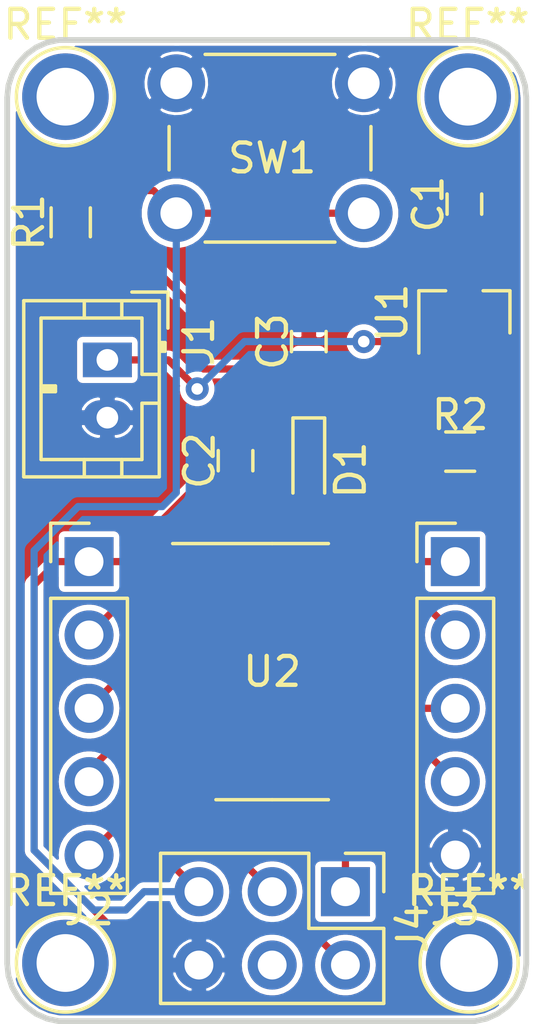
<source format=kicad_pcb>
(kicad_pcb (version 20171130) (host pcbnew "(5.1.2)-1")

  (general
    (thickness 1.6)
    (drawings 184)
    (tracks 85)
    (zones 0)
    (modules 17)
    (nets 18)
  )

  (page A4)
  (layers
    (0 F.Cu signal)
    (31 B.Cu signal)
    (32 B.Adhes user)
    (33 F.Adhes user)
    (34 B.Paste user)
    (35 F.Paste user)
    (36 B.SilkS user)
    (37 F.SilkS user)
    (38 B.Mask user)
    (39 F.Mask user)
    (40 Dwgs.User user)
    (41 Cmts.User user)
    (42 Eco1.User user)
    (43 Eco2.User user)
    (44 Edge.Cuts user)
    (45 Margin user)
    (46 B.CrtYd user)
    (47 F.CrtYd user)
    (48 B.Fab user)
    (49 F.Fab user hide)
  )

  (setup
    (last_trace_width 0.25)
    (trace_clearance 0.2)
    (zone_clearance 0.508)
    (zone_45_only no)
    (trace_min 0.2)
    (via_size 0.8)
    (via_drill 0.4)
    (via_min_size 0.4)
    (via_min_drill 0.3)
    (uvia_size 0.3)
    (uvia_drill 0.1)
    (uvias_allowed no)
    (uvia_min_size 0.2)
    (uvia_min_drill 0.1)
    (edge_width 0.05)
    (segment_width 0.2)
    (pcb_text_width 0.3)
    (pcb_text_size 1.5 1.5)
    (mod_edge_width 0.12)
    (mod_text_size 1 1)
    (mod_text_width 0.15)
    (pad_size 1.524 1.524)
    (pad_drill 0.762)
    (pad_to_mask_clearance 0.051)
    (solder_mask_min_width 0.25)
    (aux_axis_origin 0 0)
    (visible_elements 7FFFFFFF)
    (pcbplotparams
      (layerselection 0x010fc_ffffffff)
      (usegerberextensions false)
      (usegerberattributes false)
      (usegerberadvancedattributes false)
      (creategerberjobfile false)
      (excludeedgelayer true)
      (linewidth 0.100000)
      (plotframeref false)
      (viasonmask false)
      (mode 1)
      (useauxorigin false)
      (hpglpennumber 1)
      (hpglpenspeed 20)
      (hpglpendiameter 15.000000)
      (psnegative false)
      (psa4output false)
      (plotreference true)
      (plotvalue true)
      (plotinvisibletext false)
      (padsonsilk false)
      (subtractmaskfromsilk false)
      (outputformat 1)
      (mirror false)
      (drillshape 1)
      (scaleselection 1)
      (outputdirectory ""))
  )

  (net 0 "")
  (net 1 +BATT)
  (net 2 GND)
  (net 3 +3V3)
  (net 4 LED)
  (net 5 "Net-(D1-Pad1)")
  (net 6 GPIO_4)
  (net 7 GPIO_3)
  (net 8 GPIO_2)
  (net 9 GPIO_1)
  (net 10 GPIO_5)
  (net 11 GPIO_6)
  (net 12 GPIO_7)
  (net 13 GPIO_8)
  (net 14 reset)
  (net 15 "Net-(J4-Pad4)")
  (net 16 SWCLK)
  (net 17 SWDIO)

  (net_class Default "Ceci est la Netclass par défaut."
    (clearance 0.2)
    (trace_width 0.25)
    (via_dia 0.8)
    (via_drill 0.4)
    (uvia_dia 0.3)
    (uvia_drill 0.1)
    (add_net +3V3)
    (add_net +BATT)
    (add_net GND)
    (add_net GPIO_1)
    (add_net GPIO_2)
    (add_net GPIO_3)
    (add_net GPIO_4)
    (add_net GPIO_5)
    (add_net GPIO_6)
    (add_net GPIO_7)
    (add_net GPIO_8)
    (add_net LED)
    (add_net "Net-(D1-Pad1)")
    (add_net "Net-(J4-Pad4)")
    (add_net SWCLK)
    (add_net SWDIO)
    (add_net reset)
  )

  (module TestPoint:TestPoint_Plated_Hole_D2.0mm (layer F.Cu) (tedit 5A0F774F) (tstamp 5D431160)
    (at 53.8 85.45)
    (descr "Plated Hole as test Point, diameter 2.0mm")
    (tags "test point plated hole")
    (attr virtual)
    (fp_text reference REF** (at 0 -2.498) (layer F.SilkS)
      (effects (font (size 1 1) (thickness 0.15)))
    )
    (fp_text value TestPoint_Plated_Hole_D2.0mm (at 0 2.45) (layer F.Fab)
      (effects (font (size 1 1) (thickness 0.15)))
    )
    (fp_circle (center 0 0) (end 0 -1.7) (layer F.SilkS) (width 0.12))
    (fp_circle (center 0 0) (end 1.8 0) (layer F.CrtYd) (width 0.05))
    (fp_text user %R (at 0 -2.5) (layer F.Fab)
      (effects (font (size 1 1) (thickness 0.15)))
    )
    (pad 1 thru_hole circle (at 0 0) (size 3 3) (drill 2) (layers *.Cu *.Mask))
  )

  (module TestPoint:TestPoint_Plated_Hole_D2.0mm (layer F.Cu) (tedit 5A0F774F) (tstamp 5D43104F)
    (at 67.75 85.45)
    (descr "Plated Hole as test Point, diameter 2.0mm")
    (tags "test point plated hole")
    (attr virtual)
    (fp_text reference REF** (at 0 -2.498) (layer F.SilkS)
      (effects (font (size 1 1) (thickness 0.15)))
    )
    (fp_text value TestPoint_Plated_Hole_D2.0mm (at 0 2.45) (layer F.Fab)
      (effects (font (size 1 1) (thickness 0.15)))
    )
    (fp_circle (center 0 0) (end 0 -1.7) (layer F.SilkS) (width 0.12))
    (fp_circle (center 0 0) (end 1.8 0) (layer F.CrtYd) (width 0.05))
    (fp_text user %R (at 0 -2.5) (layer F.Fab)
      (effects (font (size 1 1) (thickness 0.15)))
    )
    (pad 1 thru_hole circle (at 0 0) (size 3 3) (drill 2) (layers *.Cu *.Mask))
  )

  (module TestPoint:TestPoint_Plated_Hole_D2.0mm (layer F.Cu) (tedit 5A0F774F) (tstamp 5D43102B)
    (at 67.8 115.45)
    (descr "Plated Hole as test Point, diameter 2.0mm")
    (tags "test point plated hole")
    (attr virtual)
    (fp_text reference REF** (at 0 -2.498) (layer F.SilkS)
      (effects (font (size 1 1) (thickness 0.15)))
    )
    (fp_text value TestPoint_Plated_Hole_D2.0mm (at 0 2.45) (layer F.Fab)
      (effects (font (size 1 1) (thickness 0.15)))
    )
    (fp_circle (center 0 0) (end 0 -1.7) (layer F.SilkS) (width 0.12))
    (fp_circle (center 0 0) (end 1.8 0) (layer F.CrtYd) (width 0.05))
    (fp_text user %R (at 0 -2.5) (layer F.Fab)
      (effects (font (size 1 1) (thickness 0.15)))
    )
    (pad 1 thru_hole circle (at 0 0) (size 3 3) (drill 2) (layers *.Cu *.Mask))
  )

  (module TestPoint:TestPoint_Plated_Hole_D2.0mm (layer F.Cu) (tedit 5A0F774F) (tstamp 5D4310EA)
    (at 53.8 115.45)
    (descr "Plated Hole as test Point, diameter 2.0mm")
    (tags "test point plated hole")
    (attr virtual)
    (fp_text reference REF** (at 0 -2.498) (layer F.SilkS)
      (effects (font (size 1 1) (thickness 0.15)))
    )
    (fp_text value TestPoint_Plated_Hole_D2.0mm (at 0 2.45) (layer F.Fab)
      (effects (font (size 1 1) (thickness 0.15)))
    )
    (fp_circle (center 0 0) (end 0 -1.7) (layer F.SilkS) (width 0.12))
    (fp_circle (center 0 0) (end 1.8 0) (layer F.CrtYd) (width 0.05))
    (fp_text user %R (at 0 -2.5) (layer F.Fab)
      (effects (font (size 1 1) (thickness 0.15)))
    )
    (pad 1 thru_hole circle (at 0 0) (size 3 3) (drill 2) (layers *.Cu *.Mask))
  )

  (module Connectors_JST:JST_PH_B2B-PH-K_02x2.00mm_Straight (layer F.Cu) (tedit 58D3FE4F) (tstamp 5D42F50E)
    (at 55.255 94.565 270)
    (descr "JST PH series connector, B2B-PH-K, top entry type, through hole, Datasheet: http://www.jst-mfg.com/product/pdf/eng/ePH.pdf")
    (tags "connector jst ph")
    (path /5D44AE6A)
    (fp_text reference J1 (at -0.635 -3.175 90) (layer F.SilkS)
      (effects (font (size 1 1) (thickness 0.15)))
    )
    (fp_text value Conn_01x02 (at 1 3.8 90) (layer F.Fab) hide
      (effects (font (size 1 1) (thickness 0.15)))
    )
    (fp_text user %R (at 1 1.5 90) (layer F.Fab)
      (effects (font (size 1 1) (thickness 0.15)))
    )
    (fp_line (start 4.45 -2.2) (end -2.45 -2.2) (layer F.CrtYd) (width 0.05))
    (fp_line (start 4.45 3.3) (end 4.45 -2.2) (layer F.CrtYd) (width 0.05))
    (fp_line (start -2.45 3.3) (end 4.45 3.3) (layer F.CrtYd) (width 0.05))
    (fp_line (start -2.45 -2.2) (end -2.45 3.3) (layer F.CrtYd) (width 0.05))
    (fp_line (start 3.95 -1.7) (end -1.95 -1.7) (layer F.Fab) (width 0.1))
    (fp_line (start 3.95 2.8) (end 3.95 -1.7) (layer F.Fab) (width 0.1))
    (fp_line (start -1.95 2.8) (end 3.95 2.8) (layer F.Fab) (width 0.1))
    (fp_line (start -1.95 -1.7) (end -1.95 2.8) (layer F.Fab) (width 0.1))
    (fp_line (start -2.35 -2.1) (end -2.35 -0.85) (layer F.Fab) (width 0.1))
    (fp_line (start -1.1 -2.1) (end -2.35 -2.1) (layer F.Fab) (width 0.1))
    (fp_line (start -2.35 -2.1) (end -2.35 -0.85) (layer F.SilkS) (width 0.12))
    (fp_line (start -1.1 -2.1) (end -2.35 -2.1) (layer F.SilkS) (width 0.12))
    (fp_line (start 1 2.3) (end 1 1.8) (layer F.SilkS) (width 0.12))
    (fp_line (start 1.1 1.8) (end 1.1 2.3) (layer F.SilkS) (width 0.12))
    (fp_line (start 0.9 1.8) (end 1.1 1.8) (layer F.SilkS) (width 0.12))
    (fp_line (start 0.9 2.3) (end 0.9 1.8) (layer F.SilkS) (width 0.12))
    (fp_line (start -0.3 -1.9) (end -0.6 -1.9) (layer F.SilkS) (width 0.12))
    (fp_line (start -0.6 -2) (end -0.6 -1.8) (layer F.SilkS) (width 0.12))
    (fp_line (start -0.3 -2) (end -0.6 -2) (layer F.SilkS) (width 0.12))
    (fp_line (start -0.3 -1.8) (end -0.3 -2) (layer F.SilkS) (width 0.12))
    (fp_line (start 4.05 0.8) (end 3.45 0.8) (layer F.SilkS) (width 0.12))
    (fp_line (start 4.05 -0.5) (end 3.45 -0.5) (layer F.SilkS) (width 0.12))
    (fp_line (start -2.05 0.8) (end -1.45 0.8) (layer F.SilkS) (width 0.12))
    (fp_line (start -2.05 -0.5) (end -1.45 -0.5) (layer F.SilkS) (width 0.12))
    (fp_line (start 1.5 -1.2) (end 1.5 -1.8) (layer F.SilkS) (width 0.12))
    (fp_line (start 3.45 -1.2) (end 1.5 -1.2) (layer F.SilkS) (width 0.12))
    (fp_line (start 3.45 2.3) (end 3.45 -1.2) (layer F.SilkS) (width 0.12))
    (fp_line (start -1.45 2.3) (end 3.45 2.3) (layer F.SilkS) (width 0.12))
    (fp_line (start -1.45 -1.2) (end -1.45 2.3) (layer F.SilkS) (width 0.12))
    (fp_line (start 0.5 -1.2) (end -1.45 -1.2) (layer F.SilkS) (width 0.12))
    (fp_line (start 0.5 -1.8) (end 0.5 -1.2) (layer F.SilkS) (width 0.12))
    (fp_line (start 4.05 -1.8) (end -2.05 -1.8) (layer F.SilkS) (width 0.12))
    (fp_line (start 4.05 2.9) (end 4.05 -1.8) (layer F.SilkS) (width 0.12))
    (fp_line (start -2.05 2.9) (end 4.05 2.9) (layer F.SilkS) (width 0.12))
    (fp_line (start -2.05 -1.8) (end -2.05 2.9) (layer F.SilkS) (width 0.12))
    (pad 2 thru_hole oval (at 2 0 270) (size 1.2 1.7) (drill 0.75) (layers *.Cu *.Mask)
      (net 2 GND))
    (pad 1 thru_hole rect (at 0 0 270) (size 1.2 1.7) (drill 0.75) (layers *.Cu *.Mask)
      (net 1 +BATT))
    (model ${KISYS3DMOD}/Connectors_JST.3dshapes/JST_PH_B2B-PH-K_02x2.00mm_Straight.wrl
      (at (xyz 0 0 0))
      (scale (xyz 1 1 1))
      (rotate (xyz 0 0 0))
    )
  )

  (module Package_SO:SOIC-14_3.9x8.7mm_P1.27mm (layer F.Cu) (tedit 5C97300E) (tstamp 5D42CF43)
    (at 60.97 105.36)
    (descr "SOIC, 14 Pin (JEDEC MS-012AB, https://www.analog.com/media/en/package-pcb-resources/package/pkg_pdf/soic_narrow-r/r_14.pdf), generated with kicad-footprint-generator ipc_gullwing_generator.py")
    (tags "SOIC SO")
    (path /5D42AF8F)
    (attr smd)
    (fp_text reference U2 (at 0 0) (layer F.SilkS)
      (effects (font (size 1 1) (thickness 0.15)))
    )
    (fp_text value ATSAMD10C14A-SS (at 0 5.28) (layer F.Fab)
      (effects (font (size 1 1) (thickness 0.15)))
    )
    (fp_line (start 0 4.435) (end 1.95 4.435) (layer F.SilkS) (width 0.12))
    (fp_line (start 0 4.435) (end -1.95 4.435) (layer F.SilkS) (width 0.12))
    (fp_line (start 0 -4.435) (end 1.95 -4.435) (layer F.SilkS) (width 0.12))
    (fp_line (start 0 -4.435) (end -3.45 -4.435) (layer F.SilkS) (width 0.12))
    (fp_line (start -0.975 -4.325) (end 1.95 -4.325) (layer F.Fab) (width 0.1))
    (fp_line (start 1.95 -4.325) (end 1.95 4.325) (layer F.Fab) (width 0.1))
    (fp_line (start 1.95 4.325) (end -1.95 4.325) (layer F.Fab) (width 0.1))
    (fp_line (start -1.95 4.325) (end -1.95 -3.35) (layer F.Fab) (width 0.1))
    (fp_line (start -1.95 -3.35) (end -0.975 -4.325) (layer F.Fab) (width 0.1))
    (fp_line (start -3.7 -4.58) (end -3.7 4.58) (layer F.CrtYd) (width 0.05))
    (fp_line (start -3.7 4.58) (end 3.7 4.58) (layer F.CrtYd) (width 0.05))
    (fp_line (start 3.7 4.58) (end 3.7 -4.58) (layer F.CrtYd) (width 0.05))
    (fp_line (start 3.7 -4.58) (end -3.7 -4.58) (layer F.CrtYd) (width 0.05))
    (fp_text user %R (at 0 0) (layer F.Fab)
      (effects (font (size 0.98 0.98) (thickness 0.15)))
    )
    (pad 1 smd roundrect (at -2.475 -3.81) (size 1.95 0.6) (layers F.Cu F.Paste F.Mask) (roundrect_rratio 0.25)
      (net 4 LED))
    (pad 2 smd roundrect (at -2.475 -2.54) (size 1.95 0.6) (layers F.Cu F.Paste F.Mask) (roundrect_rratio 0.25)
      (net 9 GPIO_1))
    (pad 3 smd roundrect (at -2.475 -1.27) (size 1.95 0.6) (layers F.Cu F.Paste F.Mask) (roundrect_rratio 0.25)
      (net 8 GPIO_2))
    (pad 4 smd roundrect (at -2.475 0) (size 1.95 0.6) (layers F.Cu F.Paste F.Mask) (roundrect_rratio 0.25)
      (net 7 GPIO_3))
    (pad 5 smd roundrect (at -2.475 1.27) (size 1.95 0.6) (layers F.Cu F.Paste F.Mask) (roundrect_rratio 0.25)
      (net 6 GPIO_4))
    (pad 6 smd roundrect (at -2.475 2.54) (size 1.95 0.6) (layers F.Cu F.Paste F.Mask) (roundrect_rratio 0.25)
      (net 14 reset))
    (pad 7 smd roundrect (at -2.475 3.81) (size 1.95 0.6) (layers F.Cu F.Paste F.Mask) (roundrect_rratio 0.25)
      (net 16 SWCLK))
    (pad 8 smd roundrect (at 2.475 3.81) (size 1.95 0.6) (layers F.Cu F.Paste F.Mask) (roundrect_rratio 0.25)
      (net 17 SWDIO))
    (pad 9 smd roundrect (at 2.475 2.54) (size 1.95 0.6) (layers F.Cu F.Paste F.Mask) (roundrect_rratio 0.25)
      (net 13 GPIO_8))
    (pad 10 smd roundrect (at 2.475 1.27) (size 1.95 0.6) (layers F.Cu F.Paste F.Mask) (roundrect_rratio 0.25)
      (net 12 GPIO_7))
    (pad 11 smd roundrect (at 2.475 0) (size 1.95 0.6) (layers F.Cu F.Paste F.Mask) (roundrect_rratio 0.25)
      (net 2 GND))
    (pad 12 smd roundrect (at 2.475 -1.27) (size 1.95 0.6) (layers F.Cu F.Paste F.Mask) (roundrect_rratio 0.25)
      (net 3 +3V3))
    (pad 13 smd roundrect (at 2.475 -2.54) (size 1.95 0.6) (layers F.Cu F.Paste F.Mask) (roundrect_rratio 0.25)
      (net 11 GPIO_6))
    (pad 14 smd roundrect (at 2.475 -3.81) (size 1.95 0.6) (layers F.Cu F.Paste F.Mask) (roundrect_rratio 0.25)
      (net 10 GPIO_5))
    (model ${KISYS3DMOD}/Package_SO.3dshapes/SOIC-14_3.9x8.7mm_P1.27mm.wrl
      (at (xyz 0 0 0))
      (scale (xyz 1 1 1))
      (rotate (xyz 0 0 0))
    )
  )

  (module Capacitors_SMD:C_0603_HandSoldering (layer F.Cu) (tedit 58AA848B) (tstamp 5D42C157)
    (at 67.635 89.17 90)
    (descr "Capacitor SMD 0603, hand soldering")
    (tags "capacitor 0603")
    (path /5D455525)
    (attr smd)
    (fp_text reference C1 (at 0 -1.25 90) (layer F.SilkS)
      (effects (font (size 1 1) (thickness 0.15)))
    )
    (fp_text value 1uF (at 0 1.5 90) (layer F.Fab)
      (effects (font (size 1 1) (thickness 0.15)))
    )
    (fp_text user %R (at 0 -1.25 90) (layer F.Fab)
      (effects (font (size 1 1) (thickness 0.15)))
    )
    (fp_line (start -0.8 0.4) (end -0.8 -0.4) (layer F.Fab) (width 0.1))
    (fp_line (start 0.8 0.4) (end -0.8 0.4) (layer F.Fab) (width 0.1))
    (fp_line (start 0.8 -0.4) (end 0.8 0.4) (layer F.Fab) (width 0.1))
    (fp_line (start -0.8 -0.4) (end 0.8 -0.4) (layer F.Fab) (width 0.1))
    (fp_line (start -0.35 -0.6) (end 0.35 -0.6) (layer F.SilkS) (width 0.12))
    (fp_line (start 0.35 0.6) (end -0.35 0.6) (layer F.SilkS) (width 0.12))
    (fp_line (start -1.8 -0.65) (end 1.8 -0.65) (layer F.CrtYd) (width 0.05))
    (fp_line (start -1.8 -0.65) (end -1.8 0.65) (layer F.CrtYd) (width 0.05))
    (fp_line (start 1.8 0.65) (end 1.8 -0.65) (layer F.CrtYd) (width 0.05))
    (fp_line (start 1.8 0.65) (end -1.8 0.65) (layer F.CrtYd) (width 0.05))
    (pad 1 smd rect (at -0.95 0 90) (size 1.2 0.75) (layers F.Cu F.Paste F.Mask)
      (net 1 +BATT))
    (pad 2 smd rect (at 0.95 0 90) (size 1.2 0.75) (layers F.Cu F.Paste F.Mask)
      (net 2 GND))
    (model Capacitors_SMD.3dshapes/C_0603.wrl
      (at (xyz 0 0 0))
      (scale (xyz 1 1 1))
      (rotate (xyz 0 0 0))
    )
  )

  (module Pin_Headers:Pin_Header_Straight_2x03_Pitch2.54mm (layer F.Cu) (tedit 59650532) (tstamp 5D42E849)
    (at 63.51 112.98 270)
    (descr "Through hole straight pin header, 2x03, 2.54mm pitch, double rows")
    (tags "Through hole pin header THT 2x03 2.54mm double row")
    (path /5D439366)
    (fp_text reference J4 (at 1.27 -2.33 90) (layer F.SilkS)
      (effects (font (size 1 1) (thickness 0.15)))
    )
    (fp_text value Conn_02x03_Odd_Even (at 1.27 7.41 90) (layer F.Fab)
      (effects (font (size 1 1) (thickness 0.15)))
    )
    (fp_text user %R (at 1.27 2.54) (layer F.Fab)
      (effects (font (size 1 1) (thickness 0.15)))
    )
    (fp_line (start 4.35 -1.8) (end -1.8 -1.8) (layer F.CrtYd) (width 0.05))
    (fp_line (start 4.35 6.85) (end 4.35 -1.8) (layer F.CrtYd) (width 0.05))
    (fp_line (start -1.8 6.85) (end 4.35 6.85) (layer F.CrtYd) (width 0.05))
    (fp_line (start -1.8 -1.8) (end -1.8 6.85) (layer F.CrtYd) (width 0.05))
    (fp_line (start -1.33 -1.33) (end 0 -1.33) (layer F.SilkS) (width 0.12))
    (fp_line (start -1.33 0) (end -1.33 -1.33) (layer F.SilkS) (width 0.12))
    (fp_line (start 1.27 -1.33) (end 3.87 -1.33) (layer F.SilkS) (width 0.12))
    (fp_line (start 1.27 1.27) (end 1.27 -1.33) (layer F.SilkS) (width 0.12))
    (fp_line (start -1.33 1.27) (end 1.27 1.27) (layer F.SilkS) (width 0.12))
    (fp_line (start 3.87 -1.33) (end 3.87 6.41) (layer F.SilkS) (width 0.12))
    (fp_line (start -1.33 1.27) (end -1.33 6.41) (layer F.SilkS) (width 0.12))
    (fp_line (start -1.33 6.41) (end 3.87 6.41) (layer F.SilkS) (width 0.12))
    (fp_line (start -1.27 0) (end 0 -1.27) (layer F.Fab) (width 0.1))
    (fp_line (start -1.27 6.35) (end -1.27 0) (layer F.Fab) (width 0.1))
    (fp_line (start 3.81 6.35) (end -1.27 6.35) (layer F.Fab) (width 0.1))
    (fp_line (start 3.81 -1.27) (end 3.81 6.35) (layer F.Fab) (width 0.1))
    (fp_line (start 0 -1.27) (end 3.81 -1.27) (layer F.Fab) (width 0.1))
    (pad 6 thru_hole oval (at 2.54 5.08 270) (size 1.7 1.7) (drill 1) (layers *.Cu *.Mask)
      (net 2 GND))
    (pad 5 thru_hole oval (at 0 5.08 270) (size 1.7 1.7) (drill 1) (layers *.Cu *.Mask)
      (net 14 reset))
    (pad 4 thru_hole oval (at 2.54 2.54 270) (size 1.7 1.7) (drill 1) (layers *.Cu *.Mask)
      (net 15 "Net-(J4-Pad4)"))
    (pad 3 thru_hole oval (at 0 2.54 270) (size 1.7 1.7) (drill 1) (layers *.Cu *.Mask)
      (net 16 SWCLK))
    (pad 2 thru_hole oval (at 2.54 0 270) (size 1.7 1.7) (drill 1) (layers *.Cu *.Mask)
      (net 3 +3V3))
    (pad 1 thru_hole rect (at 0 0 270) (size 1.7 1.7) (drill 1) (layers *.Cu *.Mask)
      (net 17 SWDIO))
    (model ${KISYS3DMOD}/Pin_Headers.3dshapes/Pin_Header_Straight_2x03_Pitch2.54mm.wrl
      (at (xyz 0 0 0))
      (scale (xyz 1 1 1))
      (rotate (xyz 0 0 0))
    )
  )

  (module Capacitors_SMD:C_0603_HandSoldering (layer F.Cu) (tedit 58AA848B) (tstamp 5D42C168)
    (at 59.7 98.055 90)
    (descr "Capacitor SMD 0603, hand soldering")
    (tags "capacitor 0603")
    (path /5D455D75)
    (attr smd)
    (fp_text reference C2 (at 0 -1.25 90) (layer F.SilkS)
      (effects (font (size 1 1) (thickness 0.15)))
    )
    (fp_text value 1uF (at 0 1.5 90) (layer F.Fab)
      (effects (font (size 1 1) (thickness 0.15)))
    )
    (fp_text user %R (at 0 -1.25 90) (layer F.Fab)
      (effects (font (size 1 1) (thickness 0.15)))
    )
    (fp_line (start -0.8 0.4) (end -0.8 -0.4) (layer F.Fab) (width 0.1))
    (fp_line (start 0.8 0.4) (end -0.8 0.4) (layer F.Fab) (width 0.1))
    (fp_line (start 0.8 -0.4) (end 0.8 0.4) (layer F.Fab) (width 0.1))
    (fp_line (start -0.8 -0.4) (end 0.8 -0.4) (layer F.Fab) (width 0.1))
    (fp_line (start -0.35 -0.6) (end 0.35 -0.6) (layer F.SilkS) (width 0.12))
    (fp_line (start 0.35 0.6) (end -0.35 0.6) (layer F.SilkS) (width 0.12))
    (fp_line (start -1.8 -0.65) (end 1.8 -0.65) (layer F.CrtYd) (width 0.05))
    (fp_line (start -1.8 -0.65) (end -1.8 0.65) (layer F.CrtYd) (width 0.05))
    (fp_line (start 1.8 0.65) (end 1.8 -0.65) (layer F.CrtYd) (width 0.05))
    (fp_line (start 1.8 0.65) (end -1.8 0.65) (layer F.CrtYd) (width 0.05))
    (pad 1 smd rect (at -0.95 0 90) (size 1.2 0.75) (layers F.Cu F.Paste F.Mask)
      (net 3 +3V3))
    (pad 2 smd rect (at 0.95 0 90) (size 1.2 0.75) (layers F.Cu F.Paste F.Mask)
      (net 2 GND))
    (model Capacitors_SMD.3dshapes/C_0603.wrl
      (at (xyz 0 0 0))
      (scale (xyz 1 1 1))
      (rotate (xyz 0 0 0))
    )
  )

  (module Capacitors_SMD:C_0603_HandSoldering (layer F.Cu) (tedit 58AA848B) (tstamp 5D42C179)
    (at 62.24 93.93 90)
    (descr "Capacitor SMD 0603, hand soldering")
    (tags "capacitor 0603")
    (path /5D42BAB2)
    (attr smd)
    (fp_text reference C3 (at 0 -1.25 90) (layer F.SilkS)
      (effects (font (size 1 1) (thickness 0.15)))
    )
    (fp_text value 0.1uF (at 0 1.5 90) (layer F.Fab)
      (effects (font (size 1 1) (thickness 0.15)))
    )
    (fp_line (start 1.8 0.65) (end -1.8 0.65) (layer F.CrtYd) (width 0.05))
    (fp_line (start 1.8 0.65) (end 1.8 -0.65) (layer F.CrtYd) (width 0.05))
    (fp_line (start -1.8 -0.65) (end -1.8 0.65) (layer F.CrtYd) (width 0.05))
    (fp_line (start -1.8 -0.65) (end 1.8 -0.65) (layer F.CrtYd) (width 0.05))
    (fp_line (start 0.35 0.6) (end -0.35 0.6) (layer F.SilkS) (width 0.12))
    (fp_line (start -0.35 -0.6) (end 0.35 -0.6) (layer F.SilkS) (width 0.12))
    (fp_line (start -0.8 -0.4) (end 0.8 -0.4) (layer F.Fab) (width 0.1))
    (fp_line (start 0.8 -0.4) (end 0.8 0.4) (layer F.Fab) (width 0.1))
    (fp_line (start 0.8 0.4) (end -0.8 0.4) (layer F.Fab) (width 0.1))
    (fp_line (start -0.8 0.4) (end -0.8 -0.4) (layer F.Fab) (width 0.1))
    (fp_text user %R (at 0 -1.25 90) (layer F.Fab)
      (effects (font (size 1 1) (thickness 0.15)))
    )
    (pad 2 smd rect (at 0.95 0 90) (size 1.2 0.75) (layers F.Cu F.Paste F.Mask)
      (net 2 GND))
    (pad 1 smd rect (at -0.95 0 90) (size 1.2 0.75) (layers F.Cu F.Paste F.Mask)
      (net 3 +3V3))
    (model Capacitors_SMD.3dshapes/C_0603.wrl
      (at (xyz 0 0 0))
      (scale (xyz 1 1 1))
      (rotate (xyz 0 0 0))
    )
  )

  (module LEDs:LED_0603_HandSoldering (layer F.Cu) (tedit 595FC9C0) (tstamp 5D42EF9F)
    (at 62.24 98.375 270)
    (descr "LED SMD 0603, hand soldering")
    (tags "LED 0603")
    (path /5D430401)
    (attr smd)
    (fp_text reference D1 (at 0 -1.45 90) (layer F.SilkS)
      (effects (font (size 1 1) (thickness 0.15)))
    )
    (fp_text value LED_ALT (at 0 1.55 90) (layer F.Fab)
      (effects (font (size 1 1) (thickness 0.15)))
    )
    (fp_line (start -0.8 -0.4) (end -0.8 0.4) (layer F.Fab) (width 0.1))
    (fp_line (start 1.95 0.7) (end -1.96 0.7) (layer F.CrtYd) (width 0.05))
    (fp_line (start 1.95 0.7) (end 1.95 -0.7) (layer F.CrtYd) (width 0.05))
    (fp_line (start -1.96 -0.7) (end -1.96 0.7) (layer F.CrtYd) (width 0.05))
    (fp_line (start -1.96 -0.7) (end 1.95 -0.7) (layer F.CrtYd) (width 0.05))
    (fp_line (start -1.8 -0.55) (end 0.8 -0.55) (layer F.SilkS) (width 0.12))
    (fp_line (start -1.8 0.55) (end 0.8 0.55) (layer F.SilkS) (width 0.12))
    (fp_line (start -0.8 -0.4) (end 0.8 -0.4) (layer F.Fab) (width 0.1))
    (fp_line (start 0.8 -0.4) (end 0.8 0.4) (layer F.Fab) (width 0.1))
    (fp_line (start 0.8 0.4) (end -0.8 0.4) (layer F.Fab) (width 0.1))
    (fp_line (start 0.15 -0.2) (end 0.15 0.2) (layer F.Fab) (width 0.1))
    (fp_line (start 0.15 0.2) (end -0.15 0) (layer F.Fab) (width 0.1))
    (fp_line (start -0.15 0) (end 0.15 -0.2) (layer F.Fab) (width 0.1))
    (fp_line (start -0.2 -0.2) (end -0.2 0.2) (layer F.Fab) (width 0.1))
    (fp_line (start -1.8 -0.55) (end -1.8 0.55) (layer F.SilkS) (width 0.12))
    (pad 2 smd rect (at 1.1 0 270) (size 1.2 0.9) (layers F.Cu F.Paste F.Mask)
      (net 4 LED))
    (pad 1 smd rect (at -1.1 0 270) (size 1.2 0.9) (layers F.Cu F.Paste F.Mask)
      (net 5 "Net-(D1-Pad1)"))
    (model ${KISYS3DMOD}/LEDs.3dshapes/LED_0603.wrl
      (at (xyz 0 0 0))
      (scale (xyz 1 1 1))
      (rotate (xyz 0 0 180))
    )
  )

  (module Pin_Headers:Pin_Header_Straight_1x05_Pitch2.54mm (layer F.Cu) (tedit 59650532) (tstamp 5D42CAB2)
    (at 54.62 101.55)
    (descr "Through hole straight pin header, 1x05, 2.54mm pitch, single row")
    (tags "Through hole pin header THT 1x05 2.54mm single row")
    (path /5D43DAA6)
    (fp_text reference J2 (at 0 12.065) (layer F.SilkS)
      (effects (font (size 1 1) (thickness 0.15)))
    )
    (fp_text value GPIO_A (at 0 12.49) (layer F.Fab)
      (effects (font (size 1 1) (thickness 0.15)))
    )
    (fp_text user %R (at 0 5.08 90) (layer F.Fab)
      (effects (font (size 1 1) (thickness 0.15)))
    )
    (fp_line (start 1.8 -1.8) (end -1.8 -1.8) (layer F.CrtYd) (width 0.05))
    (fp_line (start 1.8 11.95) (end 1.8 -1.8) (layer F.CrtYd) (width 0.05))
    (fp_line (start -1.8 11.95) (end 1.8 11.95) (layer F.CrtYd) (width 0.05))
    (fp_line (start -1.8 -1.8) (end -1.8 11.95) (layer F.CrtYd) (width 0.05))
    (fp_line (start -1.33 -1.33) (end 0 -1.33) (layer F.SilkS) (width 0.12))
    (fp_line (start -1.33 0) (end -1.33 -1.33) (layer F.SilkS) (width 0.12))
    (fp_line (start -1.33 1.27) (end 1.33 1.27) (layer F.SilkS) (width 0.12))
    (fp_line (start 1.33 1.27) (end 1.33 11.49) (layer F.SilkS) (width 0.12))
    (fp_line (start -1.33 1.27) (end -1.33 11.49) (layer F.SilkS) (width 0.12))
    (fp_line (start -1.33 11.49) (end 1.33 11.49) (layer F.SilkS) (width 0.12))
    (fp_line (start -1.27 -0.635) (end -0.635 -1.27) (layer F.Fab) (width 0.1))
    (fp_line (start -1.27 11.43) (end -1.27 -0.635) (layer F.Fab) (width 0.1))
    (fp_line (start 1.27 11.43) (end -1.27 11.43) (layer F.Fab) (width 0.1))
    (fp_line (start 1.27 -1.27) (end 1.27 11.43) (layer F.Fab) (width 0.1))
    (fp_line (start -0.635 -1.27) (end 1.27 -1.27) (layer F.Fab) (width 0.1))
    (pad 5 thru_hole oval (at 0 10.16) (size 1.7 1.7) (drill 1) (layers *.Cu *.Mask)
      (net 6 GPIO_4))
    (pad 4 thru_hole oval (at 0 7.62) (size 1.7 1.7) (drill 1) (layers *.Cu *.Mask)
      (net 7 GPIO_3))
    (pad 3 thru_hole oval (at 0 5.08) (size 1.7 1.7) (drill 1) (layers *.Cu *.Mask)
      (net 8 GPIO_2))
    (pad 2 thru_hole oval (at 0 2.54) (size 1.7 1.7) (drill 1) (layers *.Cu *.Mask)
      (net 9 GPIO_1))
    (pad 1 thru_hole rect (at 0 0) (size 1.7 1.7) (drill 1) (layers *.Cu *.Mask)
      (net 3 +3V3))
    (model ${KISYS3DMOD}/Pin_Headers.3dshapes/Pin_Header_Straight_1x05_Pitch2.54mm.wrl
      (at (xyz 0 0 0))
      (scale (xyz 1 1 1))
      (rotate (xyz 0 0 0))
    )
  )

  (module Pin_Headers:Pin_Header_Straight_1x05_Pitch2.54mm (layer F.Cu) (tedit 59650532) (tstamp 5D42CE84)
    (at 67.32 101.55)
    (descr "Through hole straight pin header, 1x05, 2.54mm pitch, single row")
    (tags "Through hole pin header THT 1x05 2.54mm single row")
    (path /5D43ECE5)
    (fp_text reference J3 (at 0 12.065) (layer F.SilkS)
      (effects (font (size 1 1) (thickness 0.15)))
    )
    (fp_text value GPIO_B (at 0 12.49) (layer F.Fab)
      (effects (font (size 1 1) (thickness 0.15)))
    )
    (fp_line (start -0.635 -1.27) (end 1.27 -1.27) (layer F.Fab) (width 0.1))
    (fp_line (start 1.27 -1.27) (end 1.27 11.43) (layer F.Fab) (width 0.1))
    (fp_line (start 1.27 11.43) (end -1.27 11.43) (layer F.Fab) (width 0.1))
    (fp_line (start -1.27 11.43) (end -1.27 -0.635) (layer F.Fab) (width 0.1))
    (fp_line (start -1.27 -0.635) (end -0.635 -1.27) (layer F.Fab) (width 0.1))
    (fp_line (start -1.33 11.49) (end 1.33 11.49) (layer F.SilkS) (width 0.12))
    (fp_line (start -1.33 1.27) (end -1.33 11.49) (layer F.SilkS) (width 0.12))
    (fp_line (start 1.33 1.27) (end 1.33 11.49) (layer F.SilkS) (width 0.12))
    (fp_line (start -1.33 1.27) (end 1.33 1.27) (layer F.SilkS) (width 0.12))
    (fp_line (start -1.33 0) (end -1.33 -1.33) (layer F.SilkS) (width 0.12))
    (fp_line (start -1.33 -1.33) (end 0 -1.33) (layer F.SilkS) (width 0.12))
    (fp_line (start -1.8 -1.8) (end -1.8 11.95) (layer F.CrtYd) (width 0.05))
    (fp_line (start -1.8 11.95) (end 1.8 11.95) (layer F.CrtYd) (width 0.05))
    (fp_line (start 1.8 11.95) (end 1.8 -1.8) (layer F.CrtYd) (width 0.05))
    (fp_line (start 1.8 -1.8) (end -1.8 -1.8) (layer F.CrtYd) (width 0.05))
    (fp_text user %R (at 0 5.08 90) (layer F.Fab)
      (effects (font (size 1 1) (thickness 0.15)))
    )
    (pad 1 thru_hole rect (at 0 0) (size 1.7 1.7) (drill 1) (layers *.Cu *.Mask)
      (net 10 GPIO_5))
    (pad 2 thru_hole oval (at 0 2.54) (size 1.7 1.7) (drill 1) (layers *.Cu *.Mask)
      (net 11 GPIO_6))
    (pad 3 thru_hole oval (at 0 5.08) (size 1.7 1.7) (drill 1) (layers *.Cu *.Mask)
      (net 12 GPIO_7))
    (pad 4 thru_hole oval (at 0 7.62) (size 1.7 1.7) (drill 1) (layers *.Cu *.Mask)
      (net 13 GPIO_8))
    (pad 5 thru_hole oval (at 0 10.16) (size 1.7 1.7) (drill 1) (layers *.Cu *.Mask)
      (net 2 GND))
    (model ${KISYS3DMOD}/Pin_Headers.3dshapes/Pin_Header_Straight_1x05_Pitch2.54mm.wrl
      (at (xyz 0 0 0))
      (scale (xyz 1 1 1))
      (rotate (xyz 0 0 0))
    )
  )

  (module Resistors_SMD:R_0603_HandSoldering (layer F.Cu) (tedit 58E0A804) (tstamp 5D42C217)
    (at 53.985 89.8 90)
    (descr "Resistor SMD 0603, hand soldering")
    (tags "resistor 0603")
    (path /5D42E6DC)
    (attr smd)
    (fp_text reference R1 (at 0 -1.45 90) (layer F.SilkS)
      (effects (font (size 1 1) (thickness 0.15)))
    )
    (fp_text value 10k (at 0 1.55 90) (layer F.Fab)
      (effects (font (size 1 1) (thickness 0.15)))
    )
    (fp_line (start 1.95 0.7) (end -1.96 0.7) (layer F.CrtYd) (width 0.05))
    (fp_line (start 1.95 0.7) (end 1.95 -0.7) (layer F.CrtYd) (width 0.05))
    (fp_line (start -1.96 -0.7) (end -1.96 0.7) (layer F.CrtYd) (width 0.05))
    (fp_line (start -1.96 -0.7) (end 1.95 -0.7) (layer F.CrtYd) (width 0.05))
    (fp_line (start -0.5 -0.68) (end 0.5 -0.68) (layer F.SilkS) (width 0.12))
    (fp_line (start 0.5 0.68) (end -0.5 0.68) (layer F.SilkS) (width 0.12))
    (fp_line (start -0.8 -0.4) (end 0.8 -0.4) (layer F.Fab) (width 0.1))
    (fp_line (start 0.8 -0.4) (end 0.8 0.4) (layer F.Fab) (width 0.1))
    (fp_line (start 0.8 0.4) (end -0.8 0.4) (layer F.Fab) (width 0.1))
    (fp_line (start -0.8 0.4) (end -0.8 -0.4) (layer F.Fab) (width 0.1))
    (fp_text user %R (at 0 0 90) (layer F.Fab)
      (effects (font (size 0.4 0.4) (thickness 0.075)))
    )
    (pad 2 smd rect (at 1.1 0 90) (size 1.2 0.9) (layers F.Cu F.Paste F.Mask)
      (net 14 reset))
    (pad 1 smd rect (at -1.1 0 90) (size 1.2 0.9) (layers F.Cu F.Paste F.Mask)
      (net 3 +3V3))
    (model ${KISYS3DMOD}/Resistors_SMD.3dshapes/R_0603.wrl
      (at (xyz 0 0 0))
      (scale (xyz 1 1 1))
      (rotate (xyz 0 0 0))
    )
  )

  (module Resistors_SMD:R_0603_HandSoldering (layer F.Cu) (tedit 58E0A804) (tstamp 5D42EEF2)
    (at 67.49 97.74 180)
    (descr "Resistor SMD 0603, hand soldering")
    (tags "resistor 0603")
    (path /5D4311D7)
    (attr smd)
    (fp_text reference R2 (at 0 1.27) (layer F.SilkS)
      (effects (font (size 1 1) (thickness 0.15)))
    )
    (fp_text value 1k (at 0 1.55) (layer F.Fab)
      (effects (font (size 1 1) (thickness 0.15)))
    )
    (fp_text user %R (at 0 0) (layer F.Fab)
      (effects (font (size 0.4 0.4) (thickness 0.075)))
    )
    (fp_line (start -0.8 0.4) (end -0.8 -0.4) (layer F.Fab) (width 0.1))
    (fp_line (start 0.8 0.4) (end -0.8 0.4) (layer F.Fab) (width 0.1))
    (fp_line (start 0.8 -0.4) (end 0.8 0.4) (layer F.Fab) (width 0.1))
    (fp_line (start -0.8 -0.4) (end 0.8 -0.4) (layer F.Fab) (width 0.1))
    (fp_line (start 0.5 0.68) (end -0.5 0.68) (layer F.SilkS) (width 0.12))
    (fp_line (start -0.5 -0.68) (end 0.5 -0.68) (layer F.SilkS) (width 0.12))
    (fp_line (start -1.96 -0.7) (end 1.95 -0.7) (layer F.CrtYd) (width 0.05))
    (fp_line (start -1.96 -0.7) (end -1.96 0.7) (layer F.CrtYd) (width 0.05))
    (fp_line (start 1.95 0.7) (end 1.95 -0.7) (layer F.CrtYd) (width 0.05))
    (fp_line (start 1.95 0.7) (end -1.96 0.7) (layer F.CrtYd) (width 0.05))
    (pad 1 smd rect (at -1.1 0 180) (size 1.2 0.9) (layers F.Cu F.Paste F.Mask)
      (net 2 GND))
    (pad 2 smd rect (at 1.1 0 180) (size 1.2 0.9) (layers F.Cu F.Paste F.Mask)
      (net 5 "Net-(D1-Pad1)"))
    (model ${KISYS3DMOD}/Resistors_SMD.3dshapes/R_0603.wrl
      (at (xyz 0 0 0))
      (scale (xyz 1 1 1))
      (rotate (xyz 0 0 0))
    )
  )

  (module Buttons_Switches_ThroughHole:SW_PUSH_6mm (layer F.Cu) (tedit 5923F252) (tstamp 5D42E70F)
    (at 64.145 89.485 180)
    (descr https://www.omron.com/ecb/products/pdf/en-b3f.pdf)
    (tags "tact sw push 6mm")
    (path /5D42F2BE)
    (fp_text reference SW1 (at 3.175 1.905) (layer F.SilkS)
      (effects (font (size 1 1) (thickness 0.15)))
    )
    (fp_text value SW_Push (at 3.75 6.7) (layer F.Fab) hide
      (effects (font (size 1 1) (thickness 0.15)))
    )
    (fp_circle (center 3.25 2.25) (end 1.25 2.5) (layer F.Fab) (width 0.1))
    (fp_line (start 6.75 3) (end 6.75 1.5) (layer F.SilkS) (width 0.12))
    (fp_line (start 5.5 -1) (end 1 -1) (layer F.SilkS) (width 0.12))
    (fp_line (start -0.25 1.5) (end -0.25 3) (layer F.SilkS) (width 0.12))
    (fp_line (start 1 5.5) (end 5.5 5.5) (layer F.SilkS) (width 0.12))
    (fp_line (start 8 -1.25) (end 8 5.75) (layer F.CrtYd) (width 0.05))
    (fp_line (start 7.75 6) (end -1.25 6) (layer F.CrtYd) (width 0.05))
    (fp_line (start -1.5 5.75) (end -1.5 -1.25) (layer F.CrtYd) (width 0.05))
    (fp_line (start -1.25 -1.5) (end 7.75 -1.5) (layer F.CrtYd) (width 0.05))
    (fp_line (start -1.5 6) (end -1.25 6) (layer F.CrtYd) (width 0.05))
    (fp_line (start -1.5 5.75) (end -1.5 6) (layer F.CrtYd) (width 0.05))
    (fp_line (start -1.5 -1.5) (end -1.25 -1.5) (layer F.CrtYd) (width 0.05))
    (fp_line (start -1.5 -1.25) (end -1.5 -1.5) (layer F.CrtYd) (width 0.05))
    (fp_line (start 8 -1.5) (end 8 -1.25) (layer F.CrtYd) (width 0.05))
    (fp_line (start 7.75 -1.5) (end 8 -1.5) (layer F.CrtYd) (width 0.05))
    (fp_line (start 8 6) (end 8 5.75) (layer F.CrtYd) (width 0.05))
    (fp_line (start 7.75 6) (end 8 6) (layer F.CrtYd) (width 0.05))
    (fp_line (start 0.25 -0.75) (end 3.25 -0.75) (layer F.Fab) (width 0.1))
    (fp_line (start 0.25 5.25) (end 0.25 -0.75) (layer F.Fab) (width 0.1))
    (fp_line (start 6.25 5.25) (end 0.25 5.25) (layer F.Fab) (width 0.1))
    (fp_line (start 6.25 -0.75) (end 6.25 5.25) (layer F.Fab) (width 0.1))
    (fp_line (start 3.25 -0.75) (end 6.25 -0.75) (layer F.Fab) (width 0.1))
    (fp_text user %R (at 3.25 2.25) (layer F.Fab)
      (effects (font (size 1 1) (thickness 0.15)))
    )
    (pad 1 thru_hole circle (at 6.5 0 270) (size 2 2) (drill 1.1) (layers *.Cu *.Mask)
      (net 14 reset))
    (pad 2 thru_hole circle (at 6.5 4.5 270) (size 2 2) (drill 1.1) (layers *.Cu *.Mask)
      (net 2 GND))
    (pad 1 thru_hole circle (at 0 0 270) (size 2 2) (drill 1.1) (layers *.Cu *.Mask)
      (net 14 reset))
    (pad 2 thru_hole circle (at 0 4.5 270) (size 2 2) (drill 1.1) (layers *.Cu *.Mask)
      (net 2 GND))
    (model ${KISYS3DMOD}/Buttons_Switches_THT.3dshapes/SW_PUSH_6mm.wrl
      (offset (xyz 0.1269999980926514 0 0))
      (scale (xyz 0.3937 0.3937 0.3937))
      (rotate (xyz 0 0 0))
    )
  )

  (module TO_SOT_Packages_SMD:SOT-23 (layer F.Cu) (tedit 58CE4E7E) (tstamp 5D42FBBE)
    (at 67.635 92.93 90)
    (descr "SOT-23, Standard")
    (tags SOT-23)
    (path /5D4545F9)
    (attr smd)
    (fp_text reference U1 (at 0 -2.5 90) (layer F.SilkS)
      (effects (font (size 1 1) (thickness 0.15)))
    )
    (fp_text value APE8865NR-12-HF-3 (at 0 2.5 90) (layer F.Fab) hide
      (effects (font (size 1 1) (thickness 0.15)))
    )
    (fp_line (start 0.76 1.58) (end -0.7 1.58) (layer F.SilkS) (width 0.12))
    (fp_line (start 0.76 -1.58) (end -1.4 -1.58) (layer F.SilkS) (width 0.12))
    (fp_line (start -1.7 1.75) (end -1.7 -1.75) (layer F.CrtYd) (width 0.05))
    (fp_line (start 1.7 1.75) (end -1.7 1.75) (layer F.CrtYd) (width 0.05))
    (fp_line (start 1.7 -1.75) (end 1.7 1.75) (layer F.CrtYd) (width 0.05))
    (fp_line (start -1.7 -1.75) (end 1.7 -1.75) (layer F.CrtYd) (width 0.05))
    (fp_line (start 0.76 -1.58) (end 0.76 -0.65) (layer F.SilkS) (width 0.12))
    (fp_line (start 0.76 1.58) (end 0.76 0.65) (layer F.SilkS) (width 0.12))
    (fp_line (start -0.7 1.52) (end 0.7 1.52) (layer F.Fab) (width 0.1))
    (fp_line (start 0.7 -1.52) (end 0.7 1.52) (layer F.Fab) (width 0.1))
    (fp_line (start -0.7 -0.95) (end -0.15 -1.52) (layer F.Fab) (width 0.1))
    (fp_line (start -0.15 -1.52) (end 0.7 -1.52) (layer F.Fab) (width 0.1))
    (fp_line (start -0.7 -0.95) (end -0.7 1.5) (layer F.Fab) (width 0.1))
    (fp_text user %R (at 0 0) (layer F.Fab)
      (effects (font (size 0.5 0.5) (thickness 0.075)))
    )
    (pad 3 smd rect (at 1 0 90) (size 0.9 0.8) (layers F.Cu F.Paste F.Mask)
      (net 2 GND))
    (pad 2 smd rect (at -1 0.95 90) (size 0.9 0.8) (layers F.Cu F.Paste F.Mask)
      (net 3 +3V3))
    (pad 1 smd rect (at -1 -0.95 90) (size 0.9 0.8) (layers F.Cu F.Paste F.Mask)
      (net 1 +BATT))
    (model ${KISYS3DMOD}/TO_SOT_Packages_SMD.3dshapes/SOT-23.wrl
      (at (xyz 0 0 0))
      (scale (xyz 1 1 1))
      (rotate (xyz 0 0 0))
    )
  )

  (gr_line (start 54.11056 116.4378) (end 53.90506 116.4815) (layer Eco1.User) (width 0.2))
  (gr_line (start 53.90506 116.4815) (end 53.69496 116.4815) (layer Eco1.User) (width 0.2))
  (gr_line (start 54.3025 116.3523) (end 54.11056 116.4378) (layer Eco1.User) (width 0.2))
  (gr_line (start 67.90504 84.4825) (end 68.11055 84.5262) (layer Eco1.User) (width 0.2))
  (gr_line (start 68.71811 85.0732) (end 68.78303 85.2731) (layer Eco1.User) (width 0.2))
  (gr_line (start 68.30249 84.6117) (end 68.47247 84.7351) (layer Eco1.User) (width 0.2))
  (gr_line (start 68.61305 84.8913) (end 68.71811 85.0732) (layer Eco1.User) (width 0.2))
  (gr_line (start 68.71811 85.8908) (end 68.61305 86.0727) (layer Eco1.User) (width 0.2))
  (gr_line (start 68.78303 85.691) (end 68.71811 85.8908) (layer Eco1.User) (width 0.2))
  (gr_line (start 67.69494 84.4825) (end 67.90504 84.4825) (layer Eco1.User) (width 0.2))
  (gr_line (start 68.78303 85.2731) (end 68.804989 85.482) (layer Eco1.User) (width 0.2))
  (gr_line (start 68.47247 84.7351) (end 68.61305 84.8913) (layer Eco1.User) (width 0.2))
  (gr_line (start 68.804989 85.482) (end 68.78303 85.691) (layer Eco1.User) (width 0.2))
  (gr_line (start 68.11055 84.5262) (end 68.30249 84.6117) (layer Eco1.User) (width 0.2))
  (gr_line (start 53.59095 83.493) (end 53.18197 83.5799) (layer Eco1.User) (width 0.2))
  (gr_line (start 52.18197 84.3064) (end 51.97291 84.6685) (layer Eco1.User) (width 0.2))
  (gr_line (start 53.18197 83.5799) (end 52.8 83.75) (layer Eco1.User) (width 0.2))
  (gr_line (start 68.00905 83.493) (end 53.59095 83.493) (layer Eco1.User) (width 0.2))
  (gr_line (start 51.8 115.482) (end 51.84372 115.8978) (layer Eco1.User) (width 0.2))
  (gr_line (start 51.8 85.482) (end 51.8 115.482) (layer Eco1.User) (width 0.2))
  (gr_line (start 51.84372 85.0662) (end 51.8 85.482) (layer Eco1.User) (width 0.2))
  (gr_line (start 51.97291 84.6685) (end 51.84372 85.0662) (layer Eco1.User) (width 0.2))
  (gr_line (start 52.8 83.75) (end 52.46174 83.9957) (layer Eco1.User) (width 0.2))
  (gr_line (start 68.41803 83.5799) (end 68.00905 83.493) (layer Eco1.User) (width 0.2))
  (gr_line (start 52.46174 83.9957) (end 52.18197 84.3064) (layer Eco1.User) (width 0.2))
  (gr_line (start 68.8 117.214) (end 69.13826 116.9683) (layer Eco1.User) (width 0.2))
  (gr_line (start 68.41803 117.3841) (end 68.8 117.214) (layer Eco1.User) (width 0.2))
  (gr_line (start 53.48945 116.4378) (end 53.29751 116.3523) (layer Eco1.User) (width 0.2))
  (gr_line (start 68.11055 116.4378) (end 67.90504 116.4815) (layer Eco1.User) (width 0.2))
  (gr_line (start 68.61305 114.8913) (end 68.71811 115.0732) (layer Eco1.User) (width 0.2))
  (gr_line (start 68.47247 114.7351) (end 68.61305 114.8913) (layer Eco1.User) (width 0.2))
  (gr_line (start 67.12751 114.7351) (end 67.2975 114.6116) (layer Eco1.User) (width 0.2))
  (gr_line (start 53.69496 116.4815) (end 53.48945 116.4378) (layer Eco1.User) (width 0.2))
  (gr_line (start 68.78303 115.6909) (end 68.71811 115.8908) (layer Eco1.User) (width 0.2))
  (gr_line (start 67.2975 114.6116) (end 67.48944 114.5262) (layer Eco1.User) (width 0.2))
  (gr_line (start 67.90504 116.4815) (end 67.69494 116.4815) (layer Eco1.User) (width 0.2))
  (gr_line (start 67.90504 114.4825) (end 68.11055 114.5262) (layer Eco1.User) (width 0.2))
  (gr_line (start 68.30249 116.3523) (end 68.11055 116.4378) (layer Eco1.User) (width 0.2))
  (gr_line (start 68.47247 116.2289) (end 68.30249 116.3523) (layer Eco1.User) (width 0.2))
  (gr_line (start 67.69494 114.4825) (end 67.90504 114.4825) (layer Eco1.User) (width 0.2))
  (gr_line (start 68.61305 116.0727) (end 68.47247 116.2289) (layer Eco1.User) (width 0.2))
  (gr_line (start 68.30249 114.6116) (end 68.47247 114.7351) (layer Eco1.User) (width 0.2))
  (gr_line (start 68.71811 115.0732) (end 68.78303 115.273) (layer Eco1.User) (width 0.2))
  (gr_line (start 68.71811 115.8908) (end 68.61305 116.0727) (layer Eco1.User) (width 0.2))
  (gr_line (start 68.78303 115.273) (end 68.804989 115.482) (layer Eco1.User) (width 0.2))
  (gr_line (start 68.11055 114.5262) (end 68.30249 114.6116) (layer Eco1.User) (width 0.2))
  (gr_line (start 68.804989 115.482) (end 68.78303 115.6909) (layer Eco1.User) (width 0.2))
  (gr_line (start 67.48944 114.5262) (end 67.69494 114.4825) (layer Eco1.User) (width 0.2))
  (gr_line (start 53.12753 116.2289) (end 52.98695 116.0727) (layer Eco1.User) (width 0.2))
  (gr_line (start 53.29751 116.3523) (end 53.12753 116.2289) (layer Eco1.User) (width 0.2))
  (gr_line (start 52.88189 85.8908) (end 52.81697 85.691) (layer Eco1.User) (width 0.2))
  (gr_line (start 53.69496 86.4815) (end 53.48945 86.4378) (layer Eco1.User) (width 0.2))
  (gr_line (start 67.90504 86.4815) (end 67.69494 86.4815) (layer Eco1.User) (width 0.2))
  (gr_line (start 68.47247 86.2289) (end 68.30249 86.3524) (layer Eco1.User) (width 0.2))
  (gr_line (start 52.795011 85.482) (end 52.81697 85.2731) (layer Eco1.User) (width 0.2))
  (gr_line (start 54.11056 84.5262) (end 54.3025 84.6117) (layer Eco1.User) (width 0.2))
  (gr_line (start 53.90506 84.4825) (end 54.11056 84.5262) (layer Eco1.User) (width 0.2))
  (gr_line (start 53.12753 84.7351) (end 53.29751 84.6117) (layer Eco1.User) (width 0.2))
  (gr_line (start 52.98695 84.8913) (end 53.12753 84.7351) (layer Eco1.User) (width 0.2))
  (gr_line (start 53.29751 86.3524) (end 53.12753 86.2289) (layer Eco1.User) (width 0.2))
  (gr_line (start 68.61305 86.0727) (end 68.47247 86.2289) (layer Eco1.User) (width 0.2))
  (gr_line (start 53.12753 86.2289) (end 52.98695 86.0727) (layer Eco1.User) (width 0.2))
  (gr_line (start 52.88189 85.0732) (end 52.98695 84.8913) (layer Eco1.User) (width 0.2))
  (gr_line (start 52.81697 85.2731) (end 52.88189 85.0732) (layer Eco1.User) (width 0.2))
  (gr_line (start 53.48945 86.4378) (end 53.29751 86.3524) (layer Eco1.User) (width 0.2))
  (gr_line (start 54.3025 84.6117) (end 54.47249 84.7351) (layer Eco1.User) (width 0.2))
  (gr_line (start 53.69496 84.4825) (end 53.90506 84.4825) (layer Eco1.User) (width 0.2))
  (gr_line (start 68.30249 86.3524) (end 68.11055 86.4378) (layer Eco1.User) (width 0.2))
  (gr_line (start 68.11055 86.4378) (end 67.90504 86.4815) (layer Eco1.User) (width 0.2))
  (gr_line (start 52.98695 86.0727) (end 52.88189 85.8908) (layer Eco1.User) (width 0.2))
  (gr_line (start 53.29751 84.6117) (end 53.48945 84.5262) (layer Eco1.User) (width 0.2))
  (gr_line (start 53.48945 84.5262) (end 53.69496 84.4825) (layer Eco1.User) (width 0.2))
  (gr_line (start 52.81697 85.691) (end 52.795011 85.482) (layer Eco1.User) (width 0.2))
  (gr_line (start 52.18197 116.6576) (end 52.46174 116.9683) (layer Eco1.User) (width 0.2))
  (gr_line (start 51.84372 115.8978) (end 51.97291 116.2955) (layer Eco1.User) (width 0.2))
  (gr_line (start 67.2975 86.3524) (end 67.12751 86.2289) (layer Eco1.User) (width 0.2))
  (gr_line (start 67.69494 86.4815) (end 67.48944 86.4378) (layer Eco1.User) (width 0.2))
  (gr_line (start 51.97291 116.2955) (end 52.18197 116.6576) (layer Eco1.User) (width 0.2))
  (gr_line (start 67.48944 86.4378) (end 67.2975 86.3524) (layer Eco1.User) (width 0.2))
  (gr_line (start 68.00905 117.471) (end 68.41803 117.3841) (layer Eco1.User) (width 0.2))
  (gr_line (start 52.46174 116.9683) (end 52.8 117.214) (layer Eco1.User) (width 0.2))
  (gr_line (start 53.59095 117.471) (end 68.00905 117.471) (layer Eco1.User) (width 0.2))
  (gr_line (start 53.18197 117.3841) (end 53.59095 117.471) (layer Eco1.User) (width 0.2))
  (gr_line (start 52.8 117.214) (end 53.18197 117.3841) (layer Eco1.User) (width 0.2))
  (gr_line (start 66.88188 115.8908) (end 66.81695 115.6909) (layer Eco1.User) (width 0.2))
  (gr_line (start 54.78305 85.2731) (end 54.805 85.482) (layer Eco1.User) (width 0.2))
  (gr_line (start 66.795 115.482) (end 66.81695 115.273) (layer Eco1.User) (width 0.2))
  (gr_line (start 66.81695 115.6909) (end 66.795 115.482) (layer Eco1.User) (width 0.2))
  (gr_line (start 67.48944 116.4378) (end 67.2975 116.3523) (layer Eco1.User) (width 0.2))
  (gr_line (start 67.69494 116.4815) (end 67.48944 116.4378) (layer Eco1.User) (width 0.2))
  (gr_line (start 53.90506 86.4815) (end 53.69496 86.4815) (layer Eco1.User) (width 0.2))
  (gr_line (start 54.11056 86.4378) (end 53.90506 86.4815) (layer Eco1.User) (width 0.2))
  (gr_line (start 54.47249 84.7351) (end 54.61306 84.8913) (layer Eco1.User) (width 0.2))
  (gr_line (start 54.3025 86.3524) (end 54.11056 86.4378) (layer Eco1.User) (width 0.2))
  (gr_line (start 54.805 85.482) (end 54.78305 85.691) (layer Eco1.User) (width 0.2))
  (gr_line (start 66.98694 114.8913) (end 67.12751 114.7351) (layer Eco1.User) (width 0.2))
  (gr_line (start 54.61306 84.8913) (end 54.71812 85.0732) (layer Eco1.User) (width 0.2))
  (gr_line (start 66.88188 115.0732) (end 66.98694 114.8913) (layer Eco1.User) (width 0.2))
  (gr_line (start 54.78305 85.691) (end 54.71812 85.8908) (layer Eco1.User) (width 0.2))
  (gr_line (start 66.81695 115.273) (end 66.88188 115.0732) (layer Eco1.User) (width 0.2))
  (gr_line (start 67.2975 116.3523) (end 67.12751 116.2289) (layer Eco1.User) (width 0.2))
  (gr_line (start 54.71812 85.8908) (end 54.61306 86.0727) (layer Eco1.User) (width 0.2))
  (gr_line (start 54.47249 86.2289) (end 54.3025 86.3524) (layer Eco1.User) (width 0.2))
  (gr_line (start 54.71812 85.0732) (end 54.78305 85.2731) (layer Eco1.User) (width 0.2))
  (gr_line (start 66.98694 116.0727) (end 66.88188 115.8908) (layer Eco1.User) (width 0.2))
  (gr_line (start 54.61306 86.0727) (end 54.47249 86.2289) (layer Eco1.User) (width 0.2))
  (gr_line (start 67.12751 116.2289) (end 66.98694 116.0727) (layer Eco1.User) (width 0.2))
  (gr_line (start 66.88188 85.8908) (end 66.81695 85.691) (layer Eco1.User) (width 0.2))
  (gr_line (start 67.48944 84.5262) (end 67.69494 84.4825) (layer Eco1.User) (width 0.2))
  (gr_line (start 67.2975 84.6117) (end 67.48944 84.5262) (layer Eco1.User) (width 0.2))
  (gr_line (start 66.88188 85.0732) (end 66.98694 84.8913) (layer Eco1.User) (width 0.2))
  (gr_line (start 66.795 85.482) (end 66.81695 85.2731) (layer Eco1.User) (width 0.2))
  (gr_line (start 67.12751 86.2289) (end 66.98694 86.0727) (layer Eco1.User) (width 0.2))
  (gr_line (start 66.81695 85.691) (end 66.795 85.482) (layer Eco1.User) (width 0.2))
  (gr_line (start 67.12751 84.7351) (end 67.2975 84.6117) (layer Eco1.User) (width 0.2))
  (gr_line (start 66.98694 84.8913) (end 67.12751 84.7351) (layer Eco1.User) (width 0.2))
  (gr_line (start 66.81695 85.2731) (end 66.88188 85.0732) (layer Eco1.User) (width 0.2))
  (gr_line (start 66.98694 86.0727) (end 66.88188 85.8908) (layer Eco1.User) (width 0.2))
  (gr_line (start 53.29751 114.6116) (end 53.48945 114.5262) (layer Eco1.User) (width 0.2))
  (gr_line (start 52.81697 115.6909) (end 52.795011 115.482) (layer Eco1.User) (width 0.2))
  (gr_line (start 52.88189 115.8908) (end 52.81697 115.6909) (layer Eco1.User) (width 0.2))
  (gr_line (start 53.12753 114.7351) (end 53.29751 114.6116) (layer Eco1.User) (width 0.2))
  (gr_line (start 54.47249 116.2289) (end 54.3025 116.3523) (layer Eco1.User) (width 0.2))
  (gr_line (start 52.98695 114.8913) (end 53.12753 114.7351) (layer Eco1.User) (width 0.2))
  (gr_line (start 52.88189 115.0732) (end 52.98695 114.8913) (layer Eco1.User) (width 0.2))
  (gr_line (start 52.81697 115.273) (end 52.88189 115.0732) (layer Eco1.User) (width 0.2))
  (gr_line (start 52.98695 116.0727) (end 52.88189 115.8908) (layer Eco1.User) (width 0.2))
  (gr_line (start 54.71812 115.0732) (end 54.78305 115.273) (layer Eco1.User) (width 0.2))
  (gr_line (start 54.61306 116.0727) (end 54.47249 116.2289) (layer Eco1.User) (width 0.2))
  (gr_line (start 54.78305 115.273) (end 54.805 115.482) (layer Eco1.User) (width 0.2))
  (gr_line (start 54.61306 114.8913) (end 54.71812 115.0732) (layer Eco1.User) (width 0.2))
  (gr_line (start 54.805 115.482) (end 54.78305 115.6909) (layer Eco1.User) (width 0.2))
  (gr_line (start 52.795011 115.482) (end 52.81697 115.273) (layer Eco1.User) (width 0.2))
  (gr_line (start 54.71812 115.8908) (end 54.61306 116.0727) (layer Eco1.User) (width 0.2))
  (gr_line (start 54.78305 115.6909) (end 54.71812 115.8908) (layer Eco1.User) (width 0.2))
  (gr_line (start 54.3025 114.6116) (end 54.47249 114.7351) (layer Eco1.User) (width 0.2))
  (gr_line (start 54.11056 114.5262) (end 54.3025 114.6116) (layer Eco1.User) (width 0.2))
  (gr_line (start 53.69496 114.4825) (end 53.90506 114.4825) (layer Eco1.User) (width 0.2))
  (gr_line (start 54.47249 114.7351) (end 54.61306 114.8913) (layer Eco1.User) (width 0.2))
  (gr_line (start 53.90506 114.4825) (end 54.11056 114.5262) (layer Eco1.User) (width 0.2))
  (gr_line (start 53.48945 114.5262) (end 53.69496 114.4825) (layer Eco1.User) (width 0.2))
  (gr_line (start 69.75628 85.0662) (end 69.62709 84.6685) (layer Eco1.User) (width 0.2))
  (gr_line (start 69.41803 116.6576) (end 69.62709 116.2955) (layer Eco1.User) (width 0.2))
  (gr_line (start 69.13826 116.9683) (end 69.41803 116.6576) (layer Eco1.User) (width 0.2))
  (gr_line (start 69.13826 83.9957) (end 68.8 83.75) (layer Eco1.User) (width 0.2))
  (gr_line (start 69.8 85.482) (end 69.75628 85.0662) (layer Eco1.User) (width 0.2))
  (gr_line (start 69.41803 84.3064) (end 69.13826 83.9957) (layer Eco1.User) (width 0.2))
  (gr_line (start 69.62709 116.2955) (end 69.75628 115.8978) (layer Eco1.User) (width 0.2))
  (gr_line (start 69.8 115.482) (end 69.8 85.482) (layer Eco1.User) (width 0.2))
  (gr_line (start 69.62709 84.6685) (end 69.41803 84.3064) (layer Eco1.User) (width 0.2))
  (gr_line (start 69.75628 115.8978) (end 69.8 115.482) (layer Eco1.User) (width 0.2))
  (gr_line (start 68.8 83.75) (end 68.41803 83.5799) (layer Eco1.User) (width 0.2))
  (gr_line (start 53.57292 83.4866) (end 53.16394 83.5735) (layer Edge.Cuts) (width 0.2))
  (gr_line (start 67.99102 83.4866) (end 53.57292 83.4866) (layer Edge.Cuts) (width 0.2))
  (gr_line (start 52.44371 83.9893) (end 52.16394 84.3) (layer Edge.Cuts) (width 0.2))
  (gr_line (start 68.4 83.5735) (end 67.99102 83.4866) (layer Edge.Cuts) (width 0.2))
  (gr_line (start 69.12023 83.9893) (end 68.78197 83.7436) (layer Edge.Cuts) (width 0.2))
  (gr_line (start 53.16394 83.5735) (end 52.78197 83.7436) (layer Edge.Cuts) (width 0.2))
  (gr_line (start 68.78197 83.7436) (end 68.4 83.5735) (layer Edge.Cuts) (width 0.2))
  (gr_line (start 51.82569 85.0598) (end 51.78197 85.4756) (layer Edge.Cuts) (width 0.2))
  (gr_line (start 51.95488 84.6621) (end 51.82569 85.0598) (layer Edge.Cuts) (width 0.2))
  (gr_line (start 52.16394 84.3) (end 51.95488 84.6621) (layer Edge.Cuts) (width 0.2))
  (gr_line (start 52.78197 83.7436) (end 52.44371 83.9893) (layer Edge.Cuts) (width 0.2))
  (gr_line (start 53.16394 117.3777) (end 53.57292 117.4646) (layer Edge.Cuts) (width 0.2))
  (gr_line (start 52.78197 117.2076) (end 53.16394 117.3777) (layer Edge.Cuts) (width 0.2))
  (gr_line (start 51.95488 116.2891) (end 52.16394 116.6512) (layer Edge.Cuts) (width 0.2))
  (gr_line (start 51.82569 115.8914) (end 51.95488 116.2891) (layer Edge.Cuts) (width 0.2))
  (gr_line (start 52.44371 116.9619) (end 52.78197 117.2076) (layer Edge.Cuts) (width 0.2))
  (gr_line (start 52.16394 116.6512) (end 52.44371 116.9619) (layer Edge.Cuts) (width 0.2))
  (gr_line (start 51.78197 115.4756) (end 51.82569 115.8914) (layer Edge.Cuts) (width 0.2))
  (gr_line (start 51.78197 85.4756) (end 51.78197 115.4756) (layer Edge.Cuts) (width 0.2))
  (gr_line (start 68.4 117.3777) (end 68.78197 117.2076) (layer Edge.Cuts) (width 0.2))
  (gr_line (start 67.99102 117.4646) (end 68.4 117.3777) (layer Edge.Cuts) (width 0.2))
  (gr_line (start 53.57292 117.4646) (end 67.99102 117.4646) (layer Edge.Cuts) (width 0.2))
  (gr_line (start 69.60906 116.2891) (end 69.73825 115.8914) (layer Edge.Cuts) (width 0.2))
  (gr_line (start 69.73825 115.8914) (end 69.78197 115.4756) (layer Edge.Cuts) (width 0.2))
  (gr_line (start 69.73825 85.0598) (end 69.60906 84.6621) (layer Edge.Cuts) (width 0.2))
  (gr_line (start 69.12023 116.9619) (end 69.4 116.6512) (layer Edge.Cuts) (width 0.2))
  (gr_line (start 68.78197 117.2076) (end 69.12023 116.9619) (layer Edge.Cuts) (width 0.2))
  (gr_line (start 69.4 116.6512) (end 69.60906 116.2891) (layer Edge.Cuts) (width 0.2))
  (gr_line (start 69.78197 115.4756) (end 69.78197 85.4756) (layer Edge.Cuts) (width 0.2))
  (gr_line (start 69.60906 84.6621) (end 69.4 84.3) (layer Edge.Cuts) (width 0.2))
  (gr_line (start 69.78197 85.4756) (end 69.73825 85.0598) (layer Edge.Cuts) (width 0.2))
  (gr_line (start 69.4 84.3) (end 69.12023 83.9893) (layer Edge.Cuts) (width 0.2))

  (segment (start 55.255 94.565) (end 57.365797 94.565) (width 0.25) (layer F.Cu) (net 1))
  (segment (start 57.365797 94.565) (end 58.37 95.569203) (width 0.25) (layer F.Cu) (net 1))
  (segment (start 58.37 95.569203) (end 60.009203 93.93) (width 0.25) (layer B.Cu) (net 1))
  (segment (start 60.009203 93.93) (end 64.145 93.93) (width 0.25) (layer B.Cu) (net 1))
  (via (at 58.37 95.569203) (size 0.8) (drill 0.4) (layers F.Cu B.Cu) (net 1))
  (via (at 64.145 93.93) (size 0.8) (drill 0.4) (layers F.Cu B.Cu) (net 1))
  (segment (start 64.145 93.93) (end 66.685 93.93) (width 0.25) (layer F.Cu) (net 1))
  (segment (start 68.295001 92.705001) (end 68.59 92.410002) (width 0.25) (layer F.Cu) (net 1))
  (segment (start 67.859999 92.705001) (end 68.295001 92.705001) (width 0.25) (layer F.Cu) (net 1))
  (segment (start 66.685 93.93) (end 66.685 93.88) (width 0.25) (layer F.Cu) (net 1))
  (segment (start 66.685 93.88) (end 67.859999 92.705001) (width 0.25) (layer F.Cu) (net 1))
  (segment (start 67.635 90.345) (end 67.635 90.12) (width 0.25) (layer F.Cu) (net 1))
  (segment (start 68.59 91.3) (end 67.635 90.345) (width 0.25) (layer F.Cu) (net 1))
  (segment (start 68.59 92.410002) (end 68.59 91.3) (width 0.25) (layer F.Cu) (net 1))
  (segment (start 59.075 99.005) (end 59.7 99.005) (width 0.25) (layer F.Cu) (net 3))
  (segment (start 58.265 99.005) (end 59.075 99.005) (width 0.25) (layer F.Cu) (net 3))
  (segment (start 55.72 101.55) (end 58.265 99.005) (width 0.25) (layer F.Cu) (net 3))
  (segment (start 59.7 98.78) (end 60.97 97.51) (width 0.25) (layer F.Cu) (net 3))
  (segment (start 59.7 99.005) (end 59.7 98.78) (width 0.25) (layer F.Cu) (net 3))
  (segment (start 62.24 95.73) (end 62.24 94.88) (width 0.25) (layer F.Cu) (net 3))
  (segment (start 60.97 97) (end 62.24 95.73) (width 0.25) (layer F.Cu) (net 3))
  (segment (start 60.97 97.51) (end 60.97 97) (width 0.25) (layer F.Cu) (net 3))
  (segment (start 62.24 94.88) (end 58.595 94.88) (width 0.25) (layer F.Cu) (net 3))
  (segment (start 53.52 101.55) (end 54.62 101.55) (width 0.25) (layer F.Cu) (net 3))
  (segment (start 52.714999 102.355001) (end 53.52 101.55) (width 0.25) (layer F.Cu) (net 3))
  (segment (start 52.714999 111.544001) (end 52.714999 102.355001) (width 0.25) (layer F.Cu) (net 3))
  (segment (start 55.515997 114.344999) (end 52.714999 111.544001) (width 0.25) (layer F.Cu) (net 3))
  (segment (start 62.334999 114.344999) (end 55.515997 114.344999) (width 0.25) (layer F.Cu) (net 3))
  (segment (start 63.51 115.52) (end 62.334999 114.344999) (width 0.25) (layer F.Cu) (net 3))
  (segment (start 55.72 101.55) (end 54.62 101.55) (width 0.25) (layer F.Cu) (net 3))
  (segment (start 56.34501 102.17501) (end 55.72 101.55) (width 0.25) (layer F.Cu) (net 3))
  (segment (start 59.496778 102.17501) (end 56.34501 102.17501) (width 0.25) (layer F.Cu) (net 3))
  (segment (start 61.041058 103.71929) (end 59.496778 102.17501) (width 0.25) (layer F.Cu) (net 3))
  (segment (start 63.07429 103.71929) (end 61.041058 103.71929) (width 0.25) (layer F.Cu) (net 3))
  (segment (start 63.445 104.09) (end 63.07429 103.71929) (width 0.25) (layer F.Cu) (net 3))
  (segment (start 68.585 93.98) (end 68.585 93.93) (width 0.25) (layer F.Cu) (net 3))
  (segment (start 67.685 94.88) (end 68.585 93.98) (width 0.25) (layer F.Cu) (net 3))
  (segment (start 62.24 94.88) (end 67.685 94.88) (width 0.25) (layer F.Cu) (net 3))
  (segment (start 58.595 94.88) (end 58.595 93.095) (width 0.25) (layer F.Cu) (net 3))
  (segment (start 56.4 90.9) (end 53.985 90.9) (width 0.25) (layer F.Cu) (net 3))
  (segment (start 58.595 93.095) (end 56.4 90.9) (width 0.25) (layer F.Cu) (net 3))
  (segment (start 62.24 99.625) (end 62.24 99.475) (width 0.25) (layer F.Cu) (net 4))
  (segment (start 60.315 101.55) (end 62.24 99.625) (width 0.25) (layer F.Cu) (net 4))
  (segment (start 58.495 101.55) (end 60.315 101.55) (width 0.25) (layer F.Cu) (net 4))
  (segment (start 65.925 97.275) (end 66.39 97.74) (width 0.25) (layer F.Cu) (net 5))
  (segment (start 62.24 97.275) (end 65.925 97.275) (width 0.25) (layer F.Cu) (net 5))
  (segment (start 55.469999 110.860001) (end 54.62 111.71) (width 0.25) (layer F.Cu) (net 6))
  (segment (start 55.795001 110.534999) (end 55.469999 110.860001) (width 0.25) (layer F.Cu) (net 6))
  (segment (start 55.795001 108.254999) (end 55.795001 110.534999) (width 0.25) (layer F.Cu) (net 6))
  (segment (start 57.42 106.63) (end 55.795001 108.254999) (width 0.25) (layer F.Cu) (net 6))
  (segment (start 58.495 106.63) (end 57.42 106.63) (width 0.25) (layer F.Cu) (net 6))
  (segment (start 54.62 108.79359) (end 54.62 109.17) (width 0.25) (layer F.Cu) (net 7))
  (segment (start 57.68288 105.73071) (end 54.62 108.79359) (width 0.25) (layer F.Cu) (net 7))
  (segment (start 58.12429 105.73071) (end 57.68288 105.73071) (width 0.25) (layer F.Cu) (net 7))
  (segment (start 58.495 105.36) (end 58.12429 105.73071) (width 0.25) (layer F.Cu) (net 7))
  (segment (start 57.16 104.09) (end 58.495 104.09) (width 0.25) (layer F.Cu) (net 8))
  (segment (start 54.62 106.63) (end 57.16 104.09) (width 0.25) (layer F.Cu) (net 8))
  (segment (start 55.89 102.82) (end 58.495 102.82) (width 0.25) (layer F.Cu) (net 9))
  (segment (start 54.62 104.09) (end 55.89 102.82) (width 0.25) (layer F.Cu) (net 9))
  (segment (start 63.445 101.55) (end 67.32 101.55) (width 0.25) (layer F.Cu) (net 10))
  (segment (start 66.05 102.82) (end 67.32 104.09) (width 0.25) (layer F.Cu) (net 11))
  (segment (start 63.445 102.82) (end 66.05 102.82) (width 0.25) (layer F.Cu) (net 11))
  (segment (start 63.445 106.63) (end 67.32 106.63) (width 0.25) (layer F.Cu) (net 12))
  (segment (start 66.05 107.9) (end 67.32 109.17) (width 0.25) (layer F.Cu) (net 13))
  (segment (start 63.445 107.9) (end 66.05 107.9) (width 0.25) (layer F.Cu) (net 13))
  (segment (start 57.42 107.9) (end 56.525 108.795) (width 0.25) (layer F.Cu) (net 14))
  (segment (start 58.495 107.9) (end 57.42 107.9) (width 0.25) (layer F.Cu) (net 14))
  (segment (start 56.525 111.075) (end 58.43 112.98) (width 0.25) (layer F.Cu) (net 14))
  (segment (start 56.525 108.795) (end 56.525 111.075) (width 0.25) (layer F.Cu) (net 14))
  (segment (start 57.645 89.485) (end 64.145 89.485) (width 0.25) (layer F.Cu) (net 14))
  (segment (start 56.525 112.98) (end 58.43 112.98) (width 0.25) (layer B.Cu) (net 14))
  (segment (start 55.89 113.615) (end 56.525 112.98) (width 0.25) (layer B.Cu) (net 14))
  (segment (start 54.785998 113.615) (end 55.89 113.615) (width 0.25) (layer B.Cu) (net 14))
  (segment (start 57.645 99.16) (end 57.16 99.645) (width 0.25) (layer B.Cu) (net 14))
  (segment (start 57.645 89.485) (end 57.645 99.16) (width 0.25) (layer B.Cu) (net 14))
  (segment (start 52.715 101.169998) (end 52.715 111.544002) (width 0.25) (layer B.Cu) (net 14))
  (segment (start 57.16 99.645) (end 54.239998 99.645) (width 0.25) (layer B.Cu) (net 14))
  (segment (start 54.239998 99.645) (end 52.715 101.169998) (width 0.25) (layer B.Cu) (net 14))
  (segment (start 52.715 111.544002) (end 54.785998 113.615) (width 0.25) (layer B.Cu) (net 14))
  (segment (start 56.86 88.7) (end 57.645 89.485) (width 0.25) (layer F.Cu) (net 14))
  (segment (start 53.985 88.7) (end 56.86 88.7) (width 0.25) (layer F.Cu) (net 14))
  (segment (start 58.495 110.505) (end 60.97 112.98) (width 0.25) (layer F.Cu) (net 16))
  (segment (start 58.495 109.17) (end 58.495 110.505) (width 0.25) (layer F.Cu) (net 16))
  (segment (start 63.51 109.235) (end 63.445 109.17) (width 0.25) (layer F.Cu) (net 17))
  (segment (start 63.51 112.98) (end 63.51 109.235) (width 0.25) (layer F.Cu) (net 17))

  (zone (net 2) (net_name GND) (layer F.Cu) (tstamp 5D42FAE3) (hatch edge 0.508)
    (connect_pads (clearance 0.1))
    (min_thickness 0.1)
    (fill yes (arc_segments 32) (thermal_gap 0.2) (thermal_bridge_width 0.508))
    (polygon
      (pts
        (xy 52.08 83.135) (xy 52.08 117.425) (xy 69.86 117.425) (xy 69.86 83.135)
      )
    )
    (filled_polygon
      (pts
        (xy 57.489814 83.738574) (xy 57.24963 83.792799) (xy 57.081555 83.862419) (xy 56.957703 84.009203) (xy 57.645 84.6965)
        (xy 58.332297 84.009203) (xy 58.208445 83.862419) (xy 57.978614 83.774066) (xy 57.76121 83.7366) (xy 64.066636 83.7366)
        (xy 63.989814 83.738574) (xy 63.74963 83.792799) (xy 63.581555 83.862419) (xy 63.457703 84.009203) (xy 64.145 84.6965)
        (xy 64.832297 84.009203) (xy 64.708445 83.862419) (xy 64.478614 83.774066) (xy 64.26121 83.7366) (xy 67.393638 83.7366)
        (xy 67.239544 83.767251) (xy 66.921064 83.89917) (xy 66.63444 84.090686) (xy 66.390686 84.33444) (xy 66.19917 84.621064)
        (xy 66.067251 84.939544) (xy 66 85.27764) (xy 66 85.62236) (xy 66.067251 85.960456) (xy 66.19917 86.278936)
        (xy 66.390686 86.56556) (xy 66.63444 86.809314) (xy 66.921064 87.00083) (xy 67.239544 87.132749) (xy 67.57764 87.2)
        (xy 67.92236 87.2) (xy 68.260456 87.132749) (xy 68.578936 87.00083) (xy 68.86556 86.809314) (xy 69.109314 86.56556)
        (xy 69.30083 86.278936) (xy 69.432749 85.960456) (xy 69.5 85.62236) (xy 69.5 85.27764) (xy 69.432749 84.939544)
        (xy 69.311335 84.646425) (xy 69.379413 84.764339) (xy 69.492368 85.112064) (xy 69.531971 85.488709) (xy 69.53197 115.186996)
        (xy 69.482749 114.939544) (xy 69.35083 114.621064) (xy 69.159314 114.33444) (xy 68.91556 114.090686) (xy 68.628936 113.89917)
        (xy 68.310456 113.767251) (xy 67.97236 113.7) (xy 67.62764 113.7) (xy 67.289544 113.767251) (xy 66.971064 113.89917)
        (xy 66.68444 114.090686) (xy 66.440686 114.33444) (xy 66.24917 114.621064) (xy 66.117251 114.939544) (xy 66.05 115.27764)
        (xy 66.05 115.62236) (xy 66.117251 115.960456) (xy 66.24917 116.278936) (xy 66.440686 116.56556) (xy 66.68444 116.809314)
        (xy 66.971064 117.00083) (xy 67.289544 117.132749) (xy 67.62764 117.2) (xy 67.97236 117.2) (xy 68.310456 117.132749)
        (xy 68.628936 117.00083) (xy 68.782545 116.898192) (xy 68.656286 116.989902) (xy 68.32232 117.138625) (xy 67.964756 117.2146)
        (xy 53.599183 117.2146) (xy 53.241621 117.138625) (xy 52.907659 116.989905) (xy 52.611902 116.775078) (xy 52.367307 116.503442)
        (xy 52.184528 116.186862) (xy 52.13 116.019002) (xy 52.13 115.991235) (xy 52.24917 116.278936) (xy 52.440686 116.56556)
        (xy 52.68444 116.809314) (xy 52.971064 117.00083) (xy 53.289544 117.132749) (xy 53.62764 117.2) (xy 53.97236 117.2)
        (xy 54.310456 117.132749) (xy 54.628936 117.00083) (xy 54.91556 116.809314) (xy 55.159314 116.56556) (xy 55.35083 116.278936)
        (xy 55.482749 115.960456) (xy 55.496647 115.890583) (xy 57.394292 115.890583) (xy 57.48649 116.085519) (xy 57.614947 116.258722)
        (xy 57.774726 116.403537) (xy 57.959686 116.514398) (xy 58.059419 116.555697) (xy 58.226 116.537246) (xy 58.226 115.724)
        (xy 58.634 115.724) (xy 58.634 116.537246) (xy 58.800581 116.555697) (xy 58.900314 116.514398) (xy 59.085274 116.403537)
        (xy 59.245053 116.258722) (xy 59.37351 116.085519) (xy 59.465708 115.890583) (xy 59.448429 115.724) (xy 58.634 115.724)
        (xy 58.226 115.724) (xy 57.411571 115.724) (xy 57.394292 115.890583) (xy 55.496647 115.890583) (xy 55.55 115.62236)
        (xy 55.55 115.27764) (xy 55.482749 114.939544) (xy 55.381957 114.696212) (xy 55.442484 114.714573) (xy 55.497578 114.719999)
        (xy 55.49758 114.719999) (xy 55.515996 114.721813) (xy 55.534412 114.719999) (xy 57.682558 114.719999) (xy 57.614947 114.781278)
        (xy 57.48649 114.954481) (xy 57.394292 115.149417) (xy 57.411571 115.316) (xy 58.226 115.316) (xy 58.226 115.296)
        (xy 58.634 115.296) (xy 58.634 115.316) (xy 59.448429 115.316) (xy 59.465708 115.149417) (xy 59.37351 114.954481)
        (xy 59.245053 114.781278) (xy 59.177442 114.719999) (xy 60.210864 114.719999) (xy 60.188419 114.738419) (xy 60.050958 114.905916)
        (xy 59.948816 115.097012) (xy 59.885916 115.304362) (xy 59.864678 115.52) (xy 59.885916 115.735638) (xy 59.948816 115.942988)
        (xy 60.050958 116.134084) (xy 60.188419 116.301581) (xy 60.355916 116.439042) (xy 60.547012 116.541184) (xy 60.754362 116.604084)
        (xy 60.915964 116.62) (xy 61.024036 116.62) (xy 61.185638 116.604084) (xy 61.392988 116.541184) (xy 61.584084 116.439042)
        (xy 61.751581 116.301581) (xy 61.889042 116.134084) (xy 61.991184 115.942988) (xy 62.054084 115.735638) (xy 62.075322 115.52)
        (xy 62.054084 115.304362) (xy 61.991184 115.097012) (xy 61.889042 114.905916) (xy 61.751581 114.738419) (xy 61.729136 114.719999)
        (xy 62.17967 114.719999) (xy 62.512456 115.052785) (xy 62.488816 115.097012) (xy 62.425916 115.304362) (xy 62.404678 115.52)
        (xy 62.425916 115.735638) (xy 62.488816 115.942988) (xy 62.590958 116.134084) (xy 62.728419 116.301581) (xy 62.895916 116.439042)
        (xy 63.087012 116.541184) (xy 63.294362 116.604084) (xy 63.455964 116.62) (xy 63.564036 116.62) (xy 63.725638 116.604084)
        (xy 63.932988 116.541184) (xy 64.124084 116.439042) (xy 64.291581 116.301581) (xy 64.429042 116.134084) (xy 64.531184 115.942988)
        (xy 64.594084 115.735638) (xy 64.615322 115.52) (xy 64.594084 115.304362) (xy 64.531184 115.097012) (xy 64.429042 114.905916)
        (xy 64.291581 114.738419) (xy 64.124084 114.600958) (xy 63.932988 114.498816) (xy 63.725638 114.435916) (xy 63.564036 114.42)
        (xy 63.455964 114.42) (xy 63.294362 114.435916) (xy 63.087012 114.498816) (xy 63.042785 114.522456) (xy 62.613194 114.092865)
        (xy 62.601447 114.078551) (xy 62.591658 114.070517) (xy 62.610992 114.076382) (xy 62.66 114.081209) (xy 64.36 114.081209)
        (xy 64.409008 114.076382) (xy 64.456134 114.062087) (xy 64.499564 114.038873) (xy 64.537632 114.007632) (xy 64.568873 113.969564)
        (xy 64.592087 113.926134) (xy 64.606382 113.879008) (xy 64.611209 113.83) (xy 64.611209 112.13) (xy 64.606382 112.080992)
        (xy 64.606258 112.080581) (xy 66.284303 112.080581) (xy 66.325602 112.180314) (xy 66.436463 112.365274) (xy 66.581278 112.525053)
        (xy 66.754481 112.65351) (xy 66.949417 112.745708) (xy 67.116 112.728429) (xy 67.116 111.914) (xy 67.524 111.914)
        (xy 67.524 112.728429) (xy 67.690583 112.745708) (xy 67.885519 112.65351) (xy 68.058722 112.525053) (xy 68.203537 112.365274)
        (xy 68.314398 112.180314) (xy 68.355697 112.080581) (xy 68.337246 111.914) (xy 67.524 111.914) (xy 67.116 111.914)
        (xy 66.302754 111.914) (xy 66.284303 112.080581) (xy 64.606258 112.080581) (xy 64.592087 112.033866) (xy 64.568873 111.990436)
        (xy 64.537632 111.952368) (xy 64.499564 111.921127) (xy 64.456134 111.897913) (xy 64.409008 111.883618) (xy 64.36 111.878791)
        (xy 63.885 111.878791) (xy 63.885 111.339419) (xy 66.284303 111.339419) (xy 66.302754 111.506) (xy 67.116 111.506)
        (xy 67.116 110.691571) (xy 67.524 110.691571) (xy 67.524 111.506) (xy 68.337246 111.506) (xy 68.355697 111.339419)
        (xy 68.314398 111.239686) (xy 68.203537 111.054726) (xy 68.058722 110.894947) (xy 67.885519 110.76649) (xy 67.690583 110.674292)
        (xy 67.524 110.691571) (xy 67.116 110.691571) (xy 66.949417 110.674292) (xy 66.754481 110.76649) (xy 66.581278 110.894947)
        (xy 66.436463 111.054726) (xy 66.325602 111.239686) (xy 66.284303 111.339419) (xy 63.885 111.339419) (xy 63.885 109.721209)
        (xy 64.27 109.721209) (xy 64.348272 109.7135) (xy 64.423536 109.690669) (xy 64.4929 109.653593) (xy 64.553698 109.603698)
        (xy 64.603593 109.5429) (xy 64.640669 109.473536) (xy 64.6635 109.398272) (xy 64.671209 109.32) (xy 64.671209 109.02)
        (xy 64.6635 108.941728) (xy 64.640669 108.866464) (xy 64.603593 108.7971) (xy 64.553698 108.736302) (xy 64.4929 108.686407)
        (xy 64.423536 108.649331) (xy 64.348272 108.6265) (xy 64.27 108.618791) (xy 62.62 108.618791) (xy 62.541728 108.6265)
        (xy 62.466464 108.649331) (xy 62.3971 108.686407) (xy 62.336302 108.736302) (xy 62.286407 108.7971) (xy 62.249331 108.866464)
        (xy 62.2265 108.941728) (xy 62.218791 109.02) (xy 62.218791 109.32) (xy 62.2265 109.398272) (xy 62.249331 109.473536)
        (xy 62.286407 109.5429) (xy 62.336302 109.603698) (xy 62.3971 109.653593) (xy 62.466464 109.690669) (xy 62.541728 109.7135)
        (xy 62.62 109.721209) (xy 63.135001 109.721209) (xy 63.135 111.878791) (xy 62.66 111.878791) (xy 62.610992 111.883618)
        (xy 62.563866 111.897913) (xy 62.520436 111.921127) (xy 62.482368 111.952368) (xy 62.451127 111.990436) (xy 62.427913 112.033866)
        (xy 62.413618 112.080992) (xy 62.408791 112.13) (xy 62.408791 113.83) (xy 62.413618 113.879008) (xy 62.427913 113.926134)
        (xy 62.451127 113.969564) (xy 62.471657 113.99458) (xy 62.408512 113.975425) (xy 62.353418 113.969999) (xy 62.353415 113.969999)
        (xy 62.334999 113.968185) (xy 62.316583 113.969999) (xy 61.451332 113.969999) (xy 61.584084 113.899042) (xy 61.751581 113.761581)
        (xy 61.889042 113.594084) (xy 61.991184 113.402988) (xy 62.054084 113.195638) (xy 62.075322 112.98) (xy 62.054084 112.764362)
        (xy 61.991184 112.557012) (xy 61.889042 112.365916) (xy 61.751581 112.198419) (xy 61.584084 112.060958) (xy 61.392988 111.958816)
        (xy 61.185638 111.895916) (xy 61.024036 111.88) (xy 60.915964 111.88) (xy 60.754362 111.895916) (xy 60.547012 111.958816)
        (xy 60.502785 111.982455) (xy 58.87 110.349671) (xy 58.87 109.721209) (xy 59.32 109.721209) (xy 59.398272 109.7135)
        (xy 59.473536 109.690669) (xy 59.5429 109.653593) (xy 59.603698 109.603698) (xy 59.653593 109.5429) (xy 59.690669 109.473536)
        (xy 59.7135 109.398272) (xy 59.721209 109.32) (xy 59.721209 109.02) (xy 59.7135 108.941728) (xy 59.690669 108.866464)
        (xy 59.653593 108.7971) (xy 59.603698 108.736302) (xy 59.5429 108.686407) (xy 59.473536 108.649331) (xy 59.398272 108.6265)
        (xy 59.32 108.618791) (xy 57.67 108.618791) (xy 57.591728 108.6265) (xy 57.516464 108.649331) (xy 57.4471 108.686407)
        (xy 57.386302 108.736302) (xy 57.336407 108.7971) (xy 57.299331 108.866464) (xy 57.2765 108.941728) (xy 57.268791 109.02)
        (xy 57.268791 109.32) (xy 57.2765 109.398272) (xy 57.299331 109.473536) (xy 57.336407 109.5429) (xy 57.386302 109.603698)
        (xy 57.4471 109.653593) (xy 57.516464 109.690669) (xy 57.591728 109.7135) (xy 57.67 109.721209) (xy 58.12 109.721209)
        (xy 58.120001 110.486574) (xy 58.118186 110.505) (xy 58.125427 110.578512) (xy 58.14687 110.6492) (xy 58.173054 110.698186)
        (xy 58.181692 110.714347) (xy 58.228553 110.771448) (xy 58.242862 110.783191) (xy 59.972455 112.512785) (xy 59.948816 112.557012)
        (xy 59.885916 112.764362) (xy 59.864678 112.98) (xy 59.885916 113.195638) (xy 59.948816 113.402988) (xy 60.050958 113.594084)
        (xy 60.188419 113.761581) (xy 60.355916 113.899042) (xy 60.488668 113.969999) (xy 58.911332 113.969999) (xy 59.044084 113.899042)
        (xy 59.211581 113.761581) (xy 59.349042 113.594084) (xy 59.451184 113.402988) (xy 59.514084 113.195638) (xy 59.535322 112.98)
        (xy 59.514084 112.764362) (xy 59.451184 112.557012) (xy 59.349042 112.365916) (xy 59.211581 112.198419) (xy 59.044084 112.060958)
        (xy 58.852988 111.958816) (xy 58.645638 111.895916) (xy 58.484036 111.88) (xy 58.375964 111.88) (xy 58.214362 111.895916)
        (xy 58.007012 111.958816) (xy 57.962785 111.982456) (xy 56.9 110.919671) (xy 56.9 108.950329) (xy 57.459897 108.390433)
        (xy 57.516464 108.420669) (xy 57.591728 108.4435) (xy 57.67 108.451209) (xy 59.32 108.451209) (xy 59.398272 108.4435)
        (xy 59.473536 108.420669) (xy 59.5429 108.383593) (xy 59.603698 108.333698) (xy 59.653593 108.2729) (xy 59.690669 108.203536)
        (xy 59.7135 108.128272) (xy 59.721209 108.05) (xy 59.721209 107.75) (xy 62.218791 107.75) (xy 62.218791 108.05)
        (xy 62.2265 108.128272) (xy 62.249331 108.203536) (xy 62.286407 108.2729) (xy 62.336302 108.333698) (xy 62.3971 108.383593)
        (xy 62.466464 108.420669) (xy 62.541728 108.4435) (xy 62.62 108.451209) (xy 64.27 108.451209) (xy 64.348272 108.4435)
        (xy 64.423536 108.420669) (xy 64.4929 108.383593) (xy 64.553698 108.333698) (xy 64.60187 108.275) (xy 65.894671 108.275)
        (xy 66.322455 108.702785) (xy 66.298816 108.747012) (xy 66.235916 108.954362) (xy 66.214678 109.17) (xy 66.235916 109.385638)
        (xy 66.298816 109.592988) (xy 66.400958 109.784084) (xy 66.538419 109.951581) (xy 66.705916 110.089042) (xy 66.897012 110.191184)
        (xy 67.104362 110.254084) (xy 67.265964 110.27) (xy 67.374036 110.27) (xy 67.535638 110.254084) (xy 67.742988 110.191184)
        (xy 67.934084 110.089042) (xy 68.101581 109.951581) (xy 68.239042 109.784084) (xy 68.341184 109.592988) (xy 68.404084 109.385638)
        (xy 68.425322 109.17) (xy 68.404084 108.954362) (xy 68.341184 108.747012) (xy 68.239042 108.555916) (xy 68.101581 108.388419)
        (xy 67.934084 108.250958) (xy 67.742988 108.148816) (xy 67.535638 108.085916) (xy 67.374036 108.07) (xy 67.265964 108.07)
        (xy 67.104362 108.085916) (xy 66.897012 108.148816) (xy 66.852785 108.172455) (xy 66.328195 107.647866) (xy 66.316448 107.633552)
        (xy 66.259347 107.586691) (xy 66.1942 107.551869) (xy 66.123513 107.530426) (xy 66.068419 107.525) (xy 66.068416 107.525)
        (xy 66.05 107.523186) (xy 66.031584 107.525) (xy 64.60187 107.525) (xy 64.553698 107.466302) (xy 64.4929 107.416407)
        (xy 64.423536 107.379331) (xy 64.348272 107.3565) (xy 64.27 107.348791) (xy 62.62 107.348791) (xy 62.541728 107.3565)
        (xy 62.466464 107.379331) (xy 62.3971 107.416407) (xy 62.336302 107.466302) (xy 62.286407 107.5271) (xy 62.249331 107.596464)
        (xy 62.2265 107.671728) (xy 62.218791 107.75) (xy 59.721209 107.75) (xy 59.7135 107.671728) (xy 59.690669 107.596464)
        (xy 59.653593 107.5271) (xy 59.603698 107.466302) (xy 59.5429 107.416407) (xy 59.473536 107.379331) (xy 59.398272 107.3565)
        (xy 59.32 107.348791) (xy 57.67 107.348791) (xy 57.591728 107.3565) (xy 57.516464 107.379331) (xy 57.4471 107.416407)
        (xy 57.386302 107.466302) (xy 57.336407 107.5271) (xy 57.332334 107.534719) (xy 57.2758 107.551869) (xy 57.210653 107.586691)
        (xy 57.153552 107.633552) (xy 57.141809 107.647861) (xy 56.272866 108.516805) (xy 56.258552 108.528552) (xy 56.211691 108.585654)
        (xy 56.176869 108.650801) (xy 56.170001 108.673441) (xy 56.170001 108.410328) (xy 57.459897 107.120433) (xy 57.516464 107.150669)
        (xy 57.591728 107.1735) (xy 57.67 107.181209) (xy 59.32 107.181209) (xy 59.398272 107.1735) (xy 59.473536 107.150669)
        (xy 59.5429 107.113593) (xy 59.603698 107.063698) (xy 59.653593 107.0029) (xy 59.690669 106.933536) (xy 59.7135 106.858272)
        (xy 59.721209 106.78) (xy 59.721209 106.48) (xy 62.218791 106.48) (xy 62.218791 106.78) (xy 62.2265 106.858272)
        (xy 62.249331 106.933536) (xy 62.286407 107.0029) (xy 62.336302 107.063698) (xy 62.3971 107.113593) (xy 62.466464 107.150669)
        (xy 62.541728 107.1735) (xy 62.62 107.181209) (xy 64.27 107.181209) (xy 64.348272 107.1735) (xy 64.423536 107.150669)
        (xy 64.4929 107.113593) (xy 64.553698 107.063698) (xy 64.60187 107.005) (xy 66.284259 107.005) (xy 66.298816 107.052988)
        (xy 66.400958 107.244084) (xy 66.538419 107.411581) (xy 66.705916 107.549042) (xy 66.897012 107.651184) (xy 67.104362 107.714084)
        (xy 67.265964 107.73) (xy 67.374036 107.73) (xy 67.535638 107.714084) (xy 67.742988 107.651184) (xy 67.934084 107.549042)
        (xy 68.101581 107.411581) (xy 68.239042 107.244084) (xy 68.341184 107.052988) (xy 68.404084 106.845638) (xy 68.425322 106.63)
        (xy 68.404084 106.414362) (xy 68.341184 106.207012) (xy 68.239042 106.015916) (xy 68.101581 105.848419) (xy 67.934084 105.710958)
        (xy 67.742988 105.608816) (xy 67.535638 105.545916) (xy 67.374036 105.53) (xy 67.265964 105.53) (xy 67.104362 105.545916)
        (xy 66.897012 105.608816) (xy 66.705916 105.710958) (xy 66.538419 105.848419) (xy 66.400958 106.015916) (xy 66.298816 106.207012)
        (xy 66.284259 106.255) (xy 64.60187 106.255) (xy 64.553698 106.196302) (xy 64.4929 106.146407) (xy 64.423536 106.109331)
        (xy 64.348272 106.0865) (xy 64.27 106.078791) (xy 62.62 106.078791) (xy 62.541728 106.0865) (xy 62.466464 106.109331)
        (xy 62.3971 106.146407) (xy 62.336302 106.196302) (xy 62.286407 106.2571) (xy 62.249331 106.326464) (xy 62.2265 106.401728)
        (xy 62.218791 106.48) (xy 59.721209 106.48) (xy 59.7135 106.401728) (xy 59.690669 106.326464) (xy 59.653593 106.2571)
        (xy 59.603698 106.196302) (xy 59.5429 106.146407) (xy 59.473536 106.109331) (xy 59.398272 106.0865) (xy 59.32 106.078791)
        (xy 58.268584 106.078791) (xy 58.333637 106.044019) (xy 58.390738 105.997158) (xy 58.402485 105.982844) (xy 58.47412 105.911209)
        (xy 59.32 105.911209) (xy 59.398272 105.9035) (xy 59.473536 105.880669) (xy 59.5429 105.843593) (xy 59.603698 105.793698)
        (xy 59.653593 105.7329) (xy 59.690669 105.663536) (xy 59.691741 105.66) (xy 62.21879 105.66) (xy 62.223617 105.709009)
        (xy 62.237912 105.756134) (xy 62.261127 105.799565) (xy 62.292368 105.837632) (xy 62.330435 105.868873) (xy 62.373866 105.892088)
        (xy 62.420991 105.906383) (xy 62.47 105.91121) (xy 63.1785 105.91) (xy 63.241 105.8475) (xy 63.241 105.564)
        (xy 63.649 105.564) (xy 63.649 105.8475) (xy 63.7115 105.91) (xy 64.42 105.91121) (xy 64.469009 105.906383)
        (xy 64.516134 105.892088) (xy 64.559565 105.868873) (xy 64.597632 105.837632) (xy 64.628873 105.799565) (xy 64.652088 105.756134)
        (xy 64.666383 105.709009) (xy 64.67121 105.66) (xy 64.67 105.6265) (xy 64.6075 105.564) (xy 63.649 105.564)
        (xy 63.241 105.564) (xy 62.2825 105.564) (xy 62.22 105.6265) (xy 62.21879 105.66) (xy 59.691741 105.66)
        (xy 59.7135 105.588272) (xy 59.721209 105.51) (xy 59.721209 105.21) (xy 59.7135 105.131728) (xy 59.691742 105.06)
        (xy 62.21879 105.06) (xy 62.22 105.0935) (xy 62.2825 105.156) (xy 63.241 105.156) (xy 63.241 104.8725)
        (xy 63.649 104.8725) (xy 63.649 105.156) (xy 64.6075 105.156) (xy 64.67 105.0935) (xy 64.67121 105.06)
        (xy 64.666383 105.010991) (xy 64.652088 104.963866) (xy 64.628873 104.920435) (xy 64.597632 104.882368) (xy 64.559565 104.851127)
        (xy 64.516134 104.827912) (xy 64.469009 104.813617) (xy 64.42 104.80879) (xy 63.7115 104.81) (xy 63.649 104.8725)
        (xy 63.241 104.8725) (xy 63.1785 104.81) (xy 62.47 104.80879) (xy 62.420991 104.813617) (xy 62.373866 104.827912)
        (xy 62.330435 104.851127) (xy 62.292368 104.882368) (xy 62.261127 104.920435) (xy 62.237912 104.963866) (xy 62.223617 105.010991)
        (xy 62.21879 105.06) (xy 59.691742 105.06) (xy 59.690669 105.056464) (xy 59.653593 104.9871) (xy 59.603698 104.926302)
        (xy 59.5429 104.876407) (xy 59.473536 104.839331) (xy 59.398272 104.8165) (xy 59.32 104.808791) (xy 57.67 104.808791)
        (xy 57.591728 104.8165) (xy 57.516464 104.839331) (xy 57.4471 104.876407) (xy 57.386302 104.926302) (xy 57.336407 104.9871)
        (xy 57.299331 105.056464) (xy 57.2765 105.131728) (xy 57.268791 105.21) (xy 57.268791 105.51) (xy 57.2765 105.588272)
        (xy 57.280803 105.602457) (xy 54.800778 108.082483) (xy 54.674036 108.07) (xy 54.565964 108.07) (xy 54.404362 108.085916)
        (xy 54.197012 108.148816) (xy 54.005916 108.250958) (xy 53.838419 108.388419) (xy 53.700958 108.555916) (xy 53.598816 108.747012)
        (xy 53.535916 108.954362) (xy 53.514678 109.17) (xy 53.535916 109.385638) (xy 53.598816 109.592988) (xy 53.700958 109.784084)
        (xy 53.838419 109.951581) (xy 54.005916 110.089042) (xy 54.197012 110.191184) (xy 54.404362 110.254084) (xy 54.565964 110.27)
        (xy 54.674036 110.27) (xy 54.835638 110.254084) (xy 55.042988 110.191184) (xy 55.234084 110.089042) (xy 55.401581 109.951581)
        (xy 55.420002 109.929135) (xy 55.420002 110.379668) (xy 55.217863 110.581808) (xy 55.217858 110.581812) (xy 55.087215 110.712455)
        (xy 55.042988 110.688816) (xy 54.835638 110.625916) (xy 54.674036 110.61) (xy 54.565964 110.61) (xy 54.404362 110.625916)
        (xy 54.197012 110.688816) (xy 54.005916 110.790958) (xy 53.838419 110.928419) (xy 53.700958 111.095916) (xy 53.598816 111.287012)
        (xy 53.535916 111.494362) (xy 53.514678 111.71) (xy 53.525969 111.824642) (xy 53.089999 111.388672) (xy 53.089999 106.63)
        (xy 53.514678 106.63) (xy 53.535916 106.845638) (xy 53.598816 107.052988) (xy 53.700958 107.244084) (xy 53.838419 107.411581)
        (xy 54.005916 107.549042) (xy 54.197012 107.651184) (xy 54.404362 107.714084) (xy 54.565964 107.73) (xy 54.674036 107.73)
        (xy 54.835638 107.714084) (xy 55.042988 107.651184) (xy 55.234084 107.549042) (xy 55.401581 107.411581) (xy 55.539042 107.244084)
        (xy 55.641184 107.052988) (xy 55.704084 106.845638) (xy 55.725322 106.63) (xy 55.704084 106.414362) (xy 55.641184 106.207012)
        (xy 55.617544 106.162785) (xy 57.31533 104.465) (xy 57.33813 104.465) (xy 57.386302 104.523698) (xy 57.4471 104.573593)
        (xy 57.516464 104.610669) (xy 57.591728 104.6335) (xy 57.67 104.641209) (xy 59.32 104.641209) (xy 59.398272 104.6335)
        (xy 59.473536 104.610669) (xy 59.5429 104.573593) (xy 59.603698 104.523698) (xy 59.653593 104.4629) (xy 59.690669 104.393536)
        (xy 59.7135 104.318272) (xy 59.721209 104.24) (xy 59.721209 103.94) (xy 59.7135 103.861728) (xy 59.690669 103.786464)
        (xy 59.653593 103.7171) (xy 59.603698 103.656302) (xy 59.5429 103.606407) (xy 59.473536 103.569331) (xy 59.398272 103.5465)
        (xy 59.32 103.538791) (xy 57.67 103.538791) (xy 57.591728 103.5465) (xy 57.516464 103.569331) (xy 57.4471 103.606407)
        (xy 57.386302 103.656302) (xy 57.33813 103.715) (xy 57.178415 103.715) (xy 57.159999 103.713186) (xy 57.141583 103.715)
        (xy 57.141581 103.715) (xy 57.086487 103.720426) (xy 57.0158 103.741869) (xy 57.015798 103.74187) (xy 56.950652 103.776691)
        (xy 56.938744 103.786464) (xy 56.893552 103.823552) (xy 56.881812 103.837858) (xy 55.087215 105.632456) (xy 55.042988 105.608816)
        (xy 54.835638 105.545916) (xy 54.674036 105.53) (xy 54.565964 105.53) (xy 54.404362 105.545916) (xy 54.197012 105.608816)
        (xy 54.005916 105.710958) (xy 53.838419 105.848419) (xy 53.700958 106.015916) (xy 53.598816 106.207012) (xy 53.535916 106.414362)
        (xy 53.514678 106.63) (xy 53.089999 106.63) (xy 53.089999 102.51033) (xy 53.518791 102.081539) (xy 53.518791 102.4)
        (xy 53.523618 102.449008) (xy 53.537913 102.496134) (xy 53.561127 102.539564) (xy 53.592368 102.577632) (xy 53.630436 102.608873)
        (xy 53.673866 102.632087) (xy 53.720992 102.646382) (xy 53.77 102.651209) (xy 55.47 102.651209) (xy 55.519008 102.646382)
        (xy 55.539504 102.640165) (xy 55.087215 103.092455) (xy 55.042988 103.068816) (xy 54.835638 103.005916) (xy 54.674036 102.99)
        (xy 54.565964 102.99) (xy 54.404362 103.005916) (xy 54.197012 103.068816) (xy 54.005916 103.170958) (xy 53.838419 103.308419)
        (xy 53.700958 103.475916) (xy 53.598816 103.667012) (xy 53.535916 103.874362) (xy 53.514678 104.09) (xy 53.535916 104.305638)
        (xy 53.598816 104.512988) (xy 53.700958 104.704084) (xy 53.838419 104.871581) (xy 54.005916 105.009042) (xy 54.197012 105.111184)
        (xy 54.404362 105.174084) (xy 54.565964 105.19) (xy 54.674036 105.19) (xy 54.835638 105.174084) (xy 55.042988 105.111184)
        (xy 55.234084 105.009042) (xy 55.401581 104.871581) (xy 55.539042 104.704084) (xy 55.641184 104.512988) (xy 55.704084 104.305638)
        (xy 55.725322 104.09) (xy 55.704084 103.874362) (xy 55.641184 103.667012) (xy 55.617545 103.622785) (xy 56.045331 103.195)
        (xy 57.33813 103.195) (xy 57.386302 103.253698) (xy 57.4471 103.303593) (xy 57.516464 103.340669) (xy 57.591728 103.3635)
        (xy 57.67 103.371209) (xy 59.32 103.371209) (xy 59.398272 103.3635) (xy 59.473536 103.340669) (xy 59.5429 103.303593)
        (xy 59.603698 103.253698) (xy 59.653593 103.1929) (xy 59.690669 103.123536) (xy 59.7135 103.048272) (xy 59.721209 102.97)
        (xy 59.721209 102.92977) (xy 60.762867 103.971429) (xy 60.77461 103.985738) (xy 60.788917 103.997479) (xy 60.831711 104.0326)
        (xy 60.876165 104.05636) (xy 60.896858 104.067421) (xy 60.967545 104.088864) (xy 61.022639 104.09429) (xy 61.022642 104.09429)
        (xy 61.041058 104.096104) (xy 61.059474 104.09429) (xy 62.218791 104.09429) (xy 62.218791 104.24) (xy 62.2265 104.318272)
        (xy 62.249331 104.393536) (xy 62.286407 104.4629) (xy 62.336302 104.523698) (xy 62.3971 104.573593) (xy 62.466464 104.610669)
        (xy 62.541728 104.6335) (xy 62.62 104.641209) (xy 64.27 104.641209) (xy 64.348272 104.6335) (xy 64.423536 104.610669)
        (xy 64.4929 104.573593) (xy 64.553698 104.523698) (xy 64.603593 104.4629) (xy 64.640669 104.393536) (xy 64.6635 104.318272)
        (xy 64.671209 104.24) (xy 64.671209 103.94) (xy 64.6635 103.861728) (xy 64.640669 103.786464) (xy 64.603593 103.7171)
        (xy 64.553698 103.656302) (xy 64.4929 103.606407) (xy 64.423536 103.569331) (xy 64.348272 103.5465) (xy 64.27 103.538791)
        (xy 63.42412 103.538791) (xy 63.352485 103.467156) (xy 63.340738 103.452842) (xy 63.283637 103.405981) (xy 63.218584 103.371209)
        (xy 64.27 103.371209) (xy 64.348272 103.3635) (xy 64.423536 103.340669) (xy 64.4929 103.303593) (xy 64.553698 103.253698)
        (xy 64.60187 103.195) (xy 65.894671 103.195) (xy 66.322455 103.622785) (xy 66.298816 103.667012) (xy 66.235916 103.874362)
        (xy 66.214678 104.09) (xy 66.235916 104.305638) (xy 66.298816 104.512988) (xy 66.400958 104.704084) (xy 66.538419 104.871581)
        (xy 66.705916 105.009042) (xy 66.897012 105.111184) (xy 67.104362 105.174084) (xy 67.265964 105.19) (xy 67.374036 105.19)
        (xy 67.535638 105.174084) (xy 67.742988 105.111184) (xy 67.934084 105.009042) (xy 68.101581 104.871581) (xy 68.239042 104.704084)
        (xy 68.341184 104.512988) (xy 68.404084 104.305638) (xy 68.425322 104.09) (xy 68.404084 103.874362) (xy 68.341184 103.667012)
        (xy 68.239042 103.475916) (xy 68.101581 103.308419) (xy 67.934084 103.170958) (xy 67.742988 103.068816) (xy 67.535638 103.005916)
        (xy 67.374036 102.99) (xy 67.265964 102.99) (xy 67.104362 103.005916) (xy 66.897012 103.068816) (xy 66.852785 103.092455)
        (xy 66.400493 102.640164) (xy 66.420992 102.646382) (xy 66.47 102.651209) (xy 68.17 102.651209) (xy 68.219008 102.646382)
        (xy 68.266134 102.632087) (xy 68.309564 102.608873) (xy 68.347632 102.577632) (xy 68.378873 102.539564) (xy 68.402087 102.496134)
        (xy 68.416382 102.449008) (xy 68.421209 102.4) (xy 68.421209 100.7) (xy 68.416382 100.650992) (xy 68.402087 100.603866)
        (xy 68.378873 100.560436) (xy 68.347632 100.522368) (xy 68.309564 100.491127) (xy 68.266134 100.467913) (xy 68.219008 100.453618)
        (xy 68.17 100.448791) (xy 66.47 100.448791) (xy 66.420992 100.453618) (xy 66.373866 100.467913) (xy 66.330436 100.491127)
        (xy 66.292368 100.522368) (xy 66.261127 100.560436) (xy 66.237913 100.603866) (xy 66.223618 100.650992) (xy 66.218791 100.7)
        (xy 66.218791 101.175) (xy 64.60187 101.175) (xy 64.553698 101.116302) (xy 64.4929 101.066407) (xy 64.423536 101.029331)
        (xy 64.348272 101.0065) (xy 64.27 100.998791) (xy 62.62 100.998791) (xy 62.541728 101.0065) (xy 62.466464 101.029331)
        (xy 62.3971 101.066407) (xy 62.336302 101.116302) (xy 62.286407 101.1771) (xy 62.249331 101.246464) (xy 62.2265 101.321728)
        (xy 62.218791 101.4) (xy 62.218791 101.7) (xy 62.2265 101.778272) (xy 62.249331 101.853536) (xy 62.286407 101.9229)
        (xy 62.336302 101.983698) (xy 62.3971 102.033593) (xy 62.466464 102.070669) (xy 62.541728 102.0935) (xy 62.62 102.101209)
        (xy 64.27 102.101209) (xy 64.348272 102.0935) (xy 64.423536 102.070669) (xy 64.4929 102.033593) (xy 64.553698 101.983698)
        (xy 64.60187 101.925) (xy 66.218791 101.925) (xy 66.218791 102.4) (xy 66.223618 102.449008) (xy 66.237587 102.49506)
        (xy 66.1942 102.471869) (xy 66.123513 102.450426) (xy 66.068419 102.445) (xy 66.068416 102.445) (xy 66.05 102.443186)
        (xy 66.031584 102.445) (xy 64.60187 102.445) (xy 64.553698 102.386302) (xy 64.4929 102.336407) (xy 64.423536 102.299331)
        (xy 64.348272 102.2765) (xy 64.27 102.268791) (xy 62.62 102.268791) (xy 62.541728 102.2765) (xy 62.466464 102.299331)
        (xy 62.3971 102.336407) (xy 62.336302 102.386302) (xy 62.286407 102.4471) (xy 62.249331 102.516464) (xy 62.2265 102.591728)
        (xy 62.218791 102.67) (xy 62.218791 102.97) (xy 62.2265 103.048272) (xy 62.249331 103.123536) (xy 62.286407 103.1929)
        (xy 62.336302 103.253698) (xy 62.3971 103.303593) (xy 62.466464 103.340669) (xy 62.478401 103.34429) (xy 61.196388 103.34429)
        (xy 59.777097 101.925) (xy 60.296584 101.925) (xy 60.315 101.926814) (xy 60.333416 101.925) (xy 60.333419 101.925)
        (xy 60.388513 101.919574) (xy 60.4592 101.898131) (xy 60.524347 101.863309) (xy 60.581448 101.816448) (xy 60.593195 101.802134)
        (xy 62.069121 100.326209) (xy 62.69 100.326209) (xy 62.739008 100.321382) (xy 62.786134 100.307087) (xy 62.829564 100.283873)
        (xy 62.867632 100.252632) (xy 62.898873 100.214564) (xy 62.922087 100.171134) (xy 62.936382 100.124008) (xy 62.941209 100.075)
        (xy 62.941209 98.875) (xy 62.936382 98.825992) (xy 62.922087 98.778866) (xy 62.898873 98.735436) (xy 62.867632 98.697368)
        (xy 62.829564 98.666127) (xy 62.786134 98.642913) (xy 62.739008 98.628618) (xy 62.69 98.623791) (xy 61.79 98.623791)
        (xy 61.740992 98.628618) (xy 61.693866 98.642913) (xy 61.650436 98.666127) (xy 61.612368 98.697368) (xy 61.581127 98.735436)
        (xy 61.557913 98.778866) (xy 61.543618 98.825992) (xy 61.538791 98.875) (xy 61.538791 99.795879) (xy 60.159671 101.175)
        (xy 59.65187 101.175) (xy 59.603698 101.116302) (xy 59.5429 101.066407) (xy 59.473536 101.029331) (xy 59.398272 101.0065)
        (xy 59.32 100.998791) (xy 57.67 100.998791) (xy 57.591728 101.0065) (xy 57.516464 101.029331) (xy 57.4471 101.066407)
        (xy 57.386302 101.116302) (xy 57.336407 101.1771) (xy 57.299331 101.246464) (xy 57.2765 101.321728) (xy 57.268791 101.4)
        (xy 57.268791 101.7) (xy 57.2765 101.778272) (xy 57.283094 101.80001) (xy 56.50034 101.80001) (xy 56.250329 101.55)
        (xy 58.42033 99.38) (xy 59.073791 99.38) (xy 59.073791 99.605) (xy 59.078618 99.654008) (xy 59.092913 99.701134)
        (xy 59.116127 99.744564) (xy 59.147368 99.782632) (xy 59.185436 99.813873) (xy 59.228866 99.837087) (xy 59.275992 99.851382)
        (xy 59.325 99.856209) (xy 60.075 99.856209) (xy 60.124008 99.851382) (xy 60.171134 99.837087) (xy 60.214564 99.813873)
        (xy 60.252632 99.782632) (xy 60.283873 99.744564) (xy 60.307087 99.701134) (xy 60.321382 99.654008) (xy 60.326209 99.605)
        (xy 60.326209 98.684121) (xy 61.222146 97.788185) (xy 61.236448 97.776448) (xy 61.248186 97.762145) (xy 61.248189 97.762142)
        (xy 61.283309 97.719347) (xy 61.31813 97.654202) (xy 61.321051 97.644574) (xy 61.339574 97.583513) (xy 61.345 97.528419)
        (xy 61.345 97.528417) (xy 61.346814 97.510001) (xy 61.345 97.491585) (xy 61.345 97.155329) (xy 61.538791 96.961538)
        (xy 61.538791 97.875) (xy 61.543618 97.924008) (xy 61.557913 97.971134) (xy 61.581127 98.014564) (xy 61.612368 98.052632)
        (xy 61.650436 98.083873) (xy 61.693866 98.107087) (xy 61.740992 98.121382) (xy 61.79 98.126209) (xy 62.69 98.126209)
        (xy 62.739008 98.121382) (xy 62.786134 98.107087) (xy 62.829564 98.083873) (xy 62.867632 98.052632) (xy 62.898873 98.014564)
        (xy 62.922087 97.971134) (xy 62.936382 97.924008) (xy 62.941209 97.875) (xy 62.941209 97.65) (xy 65.538791 97.65)
        (xy 65.538791 98.19) (xy 65.543618 98.239008) (xy 65.557913 98.286134) (xy 65.581127 98.329564) (xy 65.612368 98.367632)
        (xy 65.650436 98.398873) (xy 65.693866 98.422087) (xy 65.740992 98.436382) (xy 65.79 98.441209) (xy 66.99 98.441209)
        (xy 67.039008 98.436382) (xy 67.086134 98.422087) (xy 67.129564 98.398873) (xy 67.167632 98.367632) (xy 67.198873 98.329564)
        (xy 67.222087 98.286134) (xy 67.236382 98.239008) (xy 67.241209 98.19) (xy 67.73879 98.19) (xy 67.743617 98.239009)
        (xy 67.757912 98.286134) (xy 67.781127 98.329565) (xy 67.812368 98.367632) (xy 67.850435 98.398873) (xy 67.893866 98.422088)
        (xy 67.940991 98.436383) (xy 67.99 98.44121) (xy 68.3235 98.44) (xy 68.386 98.3775) (xy 68.386 97.944)
        (xy 68.794 97.944) (xy 68.794 98.3775) (xy 68.8565 98.44) (xy 69.19 98.44121) (xy 69.239009 98.436383)
        (xy 69.286134 98.422088) (xy 69.329565 98.398873) (xy 69.367632 98.367632) (xy 69.398873 98.329565) (xy 69.422088 98.286134)
        (xy 69.436383 98.239009) (xy 69.44121 98.19) (xy 69.44 98.0065) (xy 69.3775 97.944) (xy 68.794 97.944)
        (xy 68.386 97.944) (xy 67.8025 97.944) (xy 67.74 98.0065) (xy 67.73879 98.19) (xy 67.241209 98.19)
        (xy 67.241209 97.29) (xy 67.73879 97.29) (xy 67.74 97.4735) (xy 67.8025 97.536) (xy 68.386 97.536)
        (xy 68.386 97.1025) (xy 68.794 97.1025) (xy 68.794 97.536) (xy 69.3775 97.536) (xy 69.44 97.4735)
        (xy 69.44121 97.29) (xy 69.436383 97.240991) (xy 69.422088 97.193866) (xy 69.398873 97.150435) (xy 69.367632 97.112368)
        (xy 69.329565 97.081127) (xy 69.286134 97.057912) (xy 69.239009 97.043617) (xy 69.19 97.03879) (xy 68.8565 97.04)
        (xy 68.794 97.1025) (xy 68.386 97.1025) (xy 68.3235 97.04) (xy 67.99 97.03879) (xy 67.940991 97.043617)
        (xy 67.893866 97.057912) (xy 67.850435 97.081127) (xy 67.812368 97.112368) (xy 67.781127 97.150435) (xy 67.757912 97.193866)
        (xy 67.743617 97.240991) (xy 67.73879 97.29) (xy 67.241209 97.29) (xy 67.236382 97.240992) (xy 67.222087 97.193866)
        (xy 67.198873 97.150436) (xy 67.167632 97.112368) (xy 67.129564 97.081127) (xy 67.086134 97.057913) (xy 67.039008 97.043618)
        (xy 66.99 97.038791) (xy 66.21912 97.038791) (xy 66.203195 97.022866) (xy 66.191448 97.008552) (xy 66.134347 96.961691)
        (xy 66.0692 96.926869) (xy 65.998513 96.905426) (xy 65.943419 96.9) (xy 65.943416 96.9) (xy 65.925 96.898186)
        (xy 65.906584 96.9) (xy 62.941209 96.9) (xy 62.941209 96.675) (xy 62.936382 96.625992) (xy 62.922087 96.578866)
        (xy 62.898873 96.535436) (xy 62.867632 96.497368) (xy 62.829564 96.466127) (xy 62.786134 96.442913) (xy 62.739008 96.428618)
        (xy 62.69 96.423791) (xy 62.076539 96.423791) (xy 62.492146 96.008185) (xy 62.506448 95.996448) (xy 62.518186 95.982145)
        (xy 62.518189 95.982142) (xy 62.553309 95.939347) (xy 62.58813 95.874202) (xy 62.596263 95.847392) (xy 62.609574 95.803513)
        (xy 62.615 95.748419) (xy 62.615 95.748417) (xy 62.616712 95.73104) (xy 62.664008 95.726382) (xy 62.711134 95.712087)
        (xy 62.754564 95.688873) (xy 62.792632 95.657632) (xy 62.823873 95.619564) (xy 62.847087 95.576134) (xy 62.861382 95.529008)
        (xy 62.866209 95.48) (xy 62.866209 95.255) (xy 67.666584 95.255) (xy 67.685 95.256814) (xy 67.703416 95.255)
        (xy 67.703419 95.255) (xy 67.758513 95.249574) (xy 67.8292 95.228131) (xy 67.894347 95.193309) (xy 67.951448 95.146448)
        (xy 67.963195 95.132134) (xy 68.464121 94.631209) (xy 68.985 94.631209) (xy 69.034008 94.626382) (xy 69.081134 94.612087)
        (xy 69.124564 94.588873) (xy 69.162632 94.557632) (xy 69.193873 94.519564) (xy 69.217087 94.476134) (xy 69.231382 94.429008)
        (xy 69.236209 94.38) (xy 69.236209 93.48) (xy 69.231382 93.430992) (xy 69.217087 93.383866) (xy 69.193873 93.340436)
        (xy 69.162632 93.302368) (xy 69.124564 93.271127) (xy 69.081134 93.247913) (xy 69.034008 93.233618) (xy 68.985 93.228791)
        (xy 68.185 93.228791) (xy 68.135992 93.233618) (xy 68.088866 93.247913) (xy 68.045436 93.271127) (xy 68.007368 93.302368)
        (xy 67.976127 93.340436) (xy 67.952913 93.383866) (xy 67.938618 93.430992) (xy 67.933791 93.48) (xy 67.933791 94.100879)
        (xy 67.529671 94.505) (xy 67.301658 94.505) (xy 67.317087 94.476134) (xy 67.331382 94.429008) (xy 67.336209 94.38)
        (xy 67.336209 93.75912) (xy 68.015329 93.080001) (xy 68.276585 93.080001) (xy 68.295001 93.081815) (xy 68.313417 93.080001)
        (xy 68.31342 93.080001) (xy 68.368514 93.074575) (xy 68.439201 93.053132) (xy 68.504348 93.01831) (xy 68.561449 92.971449)
        (xy 68.573196 92.957135) (xy 68.84214 92.688192) (xy 68.856448 92.67645) (xy 68.876423 92.65211) (xy 68.90331 92.619349)
        (xy 68.931023 92.5675) (xy 68.938131 92.554202) (xy 68.959574 92.483515) (xy 68.965 92.428421) (xy 68.965 92.428418)
        (xy 68.966814 92.410002) (xy 68.965 92.391586) (xy 68.965 91.318416) (xy 68.966814 91.3) (xy 68.963817 91.269574)
        (xy 68.959574 91.226487) (xy 68.938131 91.1558) (xy 68.903309 91.090653) (xy 68.856448 91.033552) (xy 68.842139 91.021809)
        (xy 68.261209 90.44088) (xy 68.261209 89.52) (xy 68.256382 89.470992) (xy 68.242087 89.423866) (xy 68.218873 89.380436)
        (xy 68.187632 89.342368) (xy 68.149564 89.311127) (xy 68.106134 89.287913) (xy 68.059008 89.273618) (xy 68.01 89.268791)
        (xy 67.26 89.268791) (xy 67.210992 89.273618) (xy 67.163866 89.287913) (xy 67.120436 89.311127) (xy 67.082368 89.342368)
        (xy 67.051127 89.380436) (xy 67.027913 89.423866) (xy 67.013618 89.470992) (xy 67.008791 89.52) (xy 67.008791 90.72)
        (xy 67.013618 90.769008) (xy 67.027913 90.816134) (xy 67.051127 90.859564) (xy 67.082368 90.897632) (xy 67.120436 90.928873)
        (xy 67.163866 90.952087) (xy 67.210992 90.966382) (xy 67.26 90.971209) (xy 67.73088 90.971209) (xy 67.988878 91.229208)
        (xy 67.9015 91.23) (xy 67.839 91.2925) (xy 67.839 91.726) (xy 67.859 91.726) (xy 67.859 92.134)
        (xy 67.839 92.134) (xy 67.839 92.154) (xy 67.431 92.154) (xy 67.431 92.134) (xy 67.0475 92.134)
        (xy 66.985 92.1965) (xy 66.98379 92.38) (xy 66.988617 92.429009) (xy 67.002912 92.476134) (xy 67.026127 92.519565)
        (xy 67.057368 92.557632) (xy 67.095435 92.588873) (xy 67.138866 92.612088) (xy 67.185991 92.626383) (xy 67.235 92.63121)
        (xy 67.3685 92.63) (xy 67.430998 92.567502) (xy 67.430998 92.603672) (xy 66.80588 93.228791) (xy 66.285 93.228791)
        (xy 66.235992 93.233618) (xy 66.188866 93.247913) (xy 66.145436 93.271127) (xy 66.107368 93.302368) (xy 66.076127 93.340436)
        (xy 66.052913 93.383866) (xy 66.038618 93.430992) (xy 66.033791 93.48) (xy 66.033791 93.555) (xy 64.676181 93.555)
        (xy 64.649888 93.515649) (xy 64.559351 93.425112) (xy 64.45289 93.353978) (xy 64.334598 93.304979) (xy 64.209019 93.28)
        (xy 64.080981 93.28) (xy 63.955402 93.304979) (xy 63.83711 93.353978) (xy 63.730649 93.425112) (xy 63.640112 93.515649)
        (xy 63.568978 93.62211) (xy 63.519979 93.740402) (xy 63.495 93.865981) (xy 63.495 93.994019) (xy 63.519979 94.119598)
        (xy 63.568978 94.23789) (xy 63.640112 94.344351) (xy 63.730649 94.434888) (xy 63.83558 94.505) (xy 62.866209 94.505)
        (xy 62.866209 94.28) (xy 62.861382 94.230992) (xy 62.847087 94.183866) (xy 62.823873 94.140436) (xy 62.792632 94.102368)
        (xy 62.754564 94.071127) (xy 62.711134 94.047913) (xy 62.664008 94.033618) (xy 62.615 94.028791) (xy 61.865 94.028791)
        (xy 61.815992 94.033618) (xy 61.768866 94.047913) (xy 61.725436 94.071127) (xy 61.687368 94.102368) (xy 61.656127 94.140436)
        (xy 61.632913 94.183866) (xy 61.618618 94.230992) (xy 61.613791 94.28) (xy 61.613791 94.505) (xy 58.97 94.505)
        (xy 58.97 93.58) (xy 61.61379 93.58) (xy 61.618617 93.629009) (xy 61.632912 93.676134) (xy 61.656127 93.719565)
        (xy 61.687368 93.757632) (xy 61.725435 93.788873) (xy 61.768866 93.812088) (xy 61.815991 93.826383) (xy 61.865 93.83121)
        (xy 61.9735 93.83) (xy 62.036 93.7675) (xy 62.036 93.184) (xy 62.444 93.184) (xy 62.444 93.7675)
        (xy 62.5065 93.83) (xy 62.615 93.83121) (xy 62.664009 93.826383) (xy 62.711134 93.812088) (xy 62.754565 93.788873)
        (xy 62.792632 93.757632) (xy 62.823873 93.719565) (xy 62.847088 93.676134) (xy 62.861383 93.629009) (xy 62.86621 93.58)
        (xy 62.865 93.2465) (xy 62.8025 93.184) (xy 62.444 93.184) (xy 62.036 93.184) (xy 61.6775 93.184)
        (xy 61.615 93.2465) (xy 61.61379 93.58) (xy 58.97 93.58) (xy 58.97 93.113416) (xy 58.971814 93.095)
        (xy 58.969802 93.074574) (xy 58.964574 93.021487) (xy 58.943131 92.9508) (xy 58.908309 92.885653) (xy 58.861448 92.828552)
        (xy 58.847139 92.816809) (xy 58.41033 92.38) (xy 61.61379 92.38) (xy 61.615 92.7135) (xy 61.6775 92.776)
        (xy 62.036 92.776) (xy 62.036 92.1925) (xy 62.444 92.1925) (xy 62.444 92.776) (xy 62.8025 92.776)
        (xy 62.865 92.7135) (xy 62.86621 92.38) (xy 62.861383 92.330991) (xy 62.847088 92.283866) (xy 62.823873 92.240435)
        (xy 62.792632 92.202368) (xy 62.754565 92.171127) (xy 62.711134 92.147912) (xy 62.664009 92.133617) (xy 62.615 92.12879)
        (xy 62.5065 92.13) (xy 62.444 92.1925) (xy 62.036 92.1925) (xy 61.9735 92.13) (xy 61.865 92.12879)
        (xy 61.815991 92.133617) (xy 61.768866 92.147912) (xy 61.725435 92.171127) (xy 61.687368 92.202368) (xy 61.656127 92.240435)
        (xy 61.632912 92.283866) (xy 61.618617 92.330991) (xy 61.61379 92.38) (xy 58.41033 92.38) (xy 57.51033 91.48)
        (xy 66.98379 91.48) (xy 66.985 91.6635) (xy 67.0475 91.726) (xy 67.431 91.726) (xy 67.431 91.2925)
        (xy 67.3685 91.23) (xy 67.235 91.22879) (xy 67.185991 91.233617) (xy 67.138866 91.247912) (xy 67.095435 91.271127)
        (xy 67.057368 91.302368) (xy 67.026127 91.340435) (xy 67.002912 91.383866) (xy 66.988617 91.430991) (xy 66.98379 91.48)
        (xy 57.51033 91.48) (xy 56.678195 90.647866) (xy 56.666448 90.633552) (xy 56.609347 90.586691) (xy 56.5442 90.551869)
        (xy 56.473513 90.530426) (xy 56.418419 90.525) (xy 56.418416 90.525) (xy 56.4 90.523186) (xy 56.381584 90.525)
        (xy 54.686209 90.525) (xy 54.686209 90.3) (xy 54.681382 90.250992) (xy 54.667087 90.203866) (xy 54.643873 90.160436)
        (xy 54.612632 90.122368) (xy 54.574564 90.091127) (xy 54.531134 90.067913) (xy 54.484008 90.053618) (xy 54.435 90.048791)
        (xy 53.535 90.048791) (xy 53.485992 90.053618) (xy 53.438866 90.067913) (xy 53.395436 90.091127) (xy 53.357368 90.122368)
        (xy 53.326127 90.160436) (xy 53.302913 90.203866) (xy 53.288618 90.250992) (xy 53.283791 90.3) (xy 53.283791 91.5)
        (xy 53.288618 91.549008) (xy 53.302913 91.596134) (xy 53.326127 91.639564) (xy 53.357368 91.677632) (xy 53.395436 91.708873)
        (xy 53.438866 91.732087) (xy 53.485992 91.746382) (xy 53.535 91.751209) (xy 54.435 91.751209) (xy 54.484008 91.746382)
        (xy 54.531134 91.732087) (xy 54.574564 91.708873) (xy 54.612632 91.677632) (xy 54.643873 91.639564) (xy 54.667087 91.596134)
        (xy 54.681382 91.549008) (xy 54.686209 91.5) (xy 54.686209 91.275) (xy 56.244671 91.275) (xy 58.220001 93.250331)
        (xy 58.22 94.861581) (xy 58.218186 94.88) (xy 58.218957 94.887831) (xy 57.643992 94.312866) (xy 57.632245 94.298552)
        (xy 57.575144 94.251691) (xy 57.509997 94.216869) (xy 57.43931 94.195426) (xy 57.384216 94.19) (xy 57.384213 94.19)
        (xy 57.365797 94.188186) (xy 57.347381 94.19) (xy 56.356209 94.19) (xy 56.356209 93.965) (xy 56.351382 93.915992)
        (xy 56.337087 93.868866) (xy 56.313873 93.825436) (xy 56.282632 93.787368) (xy 56.244564 93.756127) (xy 56.201134 93.732913)
        (xy 56.154008 93.718618) (xy 56.105 93.713791) (xy 54.405 93.713791) (xy 54.355992 93.718618) (xy 54.308866 93.732913)
        (xy 54.265436 93.756127) (xy 54.227368 93.787368) (xy 54.196127 93.825436) (xy 54.172913 93.868866) (xy 54.158618 93.915992)
        (xy 54.153791 93.965) (xy 54.153791 95.165) (xy 54.158618 95.214008) (xy 54.172913 95.261134) (xy 54.196127 95.304564)
        (xy 54.227368 95.342632) (xy 54.265436 95.373873) (xy 54.308866 95.397087) (xy 54.355992 95.411382) (xy 54.405 95.416209)
        (xy 56.105 95.416209) (xy 56.154008 95.411382) (xy 56.201134 95.397087) (xy 56.244564 95.373873) (xy 56.282632 95.342632)
        (xy 56.313873 95.304564) (xy 56.337087 95.261134) (xy 56.351382 95.214008) (xy 56.356209 95.165) (xy 56.356209 94.94)
        (xy 57.210468 94.94) (xy 57.729233 95.458766) (xy 57.72 95.505184) (xy 57.72 95.633222) (xy 57.744979 95.758801)
        (xy 57.793978 95.877093) (xy 57.865112 95.983554) (xy 57.955649 96.074091) (xy 58.06211 96.145225) (xy 58.180402 96.194224)
        (xy 58.305981 96.219203) (xy 58.434019 96.219203) (xy 58.559598 96.194224) (xy 58.67789 96.145225) (xy 58.784351 96.074091)
        (xy 58.874888 95.983554) (xy 58.946022 95.877093) (xy 58.995021 95.758801) (xy 59.02 95.633222) (xy 59.02 95.505184)
        (xy 58.995021 95.379605) (xy 58.946022 95.261313) (xy 58.941804 95.255) (xy 61.613791 95.255) (xy 61.613791 95.48)
        (xy 61.618618 95.529008) (xy 61.632913 95.576134) (xy 61.656127 95.619564) (xy 61.687368 95.657632) (xy 61.725436 95.688873)
        (xy 61.741963 95.697707) (xy 60.717861 96.721809) (xy 60.703553 96.733552) (xy 60.656692 96.790653) (xy 60.62187 96.8558)
        (xy 60.609806 96.895571) (xy 60.600427 96.926488) (xy 60.593186 97) (xy 60.595001 97.018426) (xy 60.595 97.354669)
        (xy 60.325915 97.623754) (xy 60.325 97.3715) (xy 60.2625 97.309) (xy 59.904 97.309) (xy 59.904 97.8925)
        (xy 59.9665 97.955) (xy 59.994359 97.955311) (xy 59.795879 98.153791) (xy 59.325 98.153791) (xy 59.275992 98.158618)
        (xy 59.228866 98.172913) (xy 59.185436 98.196127) (xy 59.147368 98.227368) (xy 59.116127 98.265436) (xy 59.092913 98.308866)
        (xy 59.078618 98.355992) (xy 59.073791 98.405) (xy 59.073791 98.63) (xy 58.283416 98.63) (xy 58.265 98.628186)
        (xy 58.246584 98.63) (xy 58.246581 98.63) (xy 58.191487 98.635426) (xy 58.1208 98.656869) (xy 58.10348 98.666127)
        (xy 58.055653 98.69169) (xy 58.022892 98.718577) (xy 57.998552 98.738552) (xy 57.986809 98.752861) (xy 55.721209 101.018462)
        (xy 55.721209 100.7) (xy 55.716382 100.650992) (xy 55.702087 100.603866) (xy 55.678873 100.560436) (xy 55.647632 100.522368)
        (xy 55.609564 100.491127) (xy 55.566134 100.467913) (xy 55.519008 100.453618) (xy 55.47 100.448791) (xy 53.77 100.448791)
        (xy 53.720992 100.453618) (xy 53.673866 100.467913) (xy 53.630436 100.491127) (xy 53.592368 100.522368) (xy 53.561127 100.560436)
        (xy 53.537913 100.603866) (xy 53.523618 100.650992) (xy 53.518791 100.7) (xy 53.518791 101.173305) (xy 53.501583 101.175)
        (xy 53.501581 101.175) (xy 53.446487 101.180426) (xy 53.3758 101.201869) (xy 53.375798 101.20187) (xy 53.310653 101.236691)
        (xy 53.267858 101.271811) (xy 53.267855 101.271814) (xy 53.253552 101.283552) (xy 53.241814 101.297855) (xy 52.46286 102.076811)
        (xy 52.448552 102.088553) (xy 52.43681 102.102861) (xy 52.40169 102.145655) (xy 52.366869 102.210801) (xy 52.345426 102.281489)
        (xy 52.338185 102.355001) (xy 52.34 102.373427) (xy 52.339999 111.525585) (xy 52.338185 111.544001) (xy 52.339999 111.562417)
        (xy 52.339999 111.562419) (xy 52.345425 111.617513) (xy 52.366868 111.6882) (xy 52.40169 111.753347) (xy 52.448551 111.810449)
        (xy 52.462865 111.822196) (xy 54.476836 113.836168) (xy 54.310456 113.767251) (xy 53.97236 113.7) (xy 53.62764 113.7)
        (xy 53.289544 113.767251) (xy 52.971064 113.89917) (xy 52.68444 114.090686) (xy 52.440686 114.33444) (xy 52.24917 114.621064)
        (xy 52.13 114.908765) (xy 52.13 97.705) (xy 59.07379 97.705) (xy 59.078617 97.754009) (xy 59.092912 97.801134)
        (xy 59.116127 97.844565) (xy 59.147368 97.882632) (xy 59.185435 97.913873) (xy 59.228866 97.937088) (xy 59.275991 97.951383)
        (xy 59.325 97.95621) (xy 59.4335 97.955) (xy 59.496 97.8925) (xy 59.496 97.309) (xy 59.1375 97.309)
        (xy 59.075 97.3715) (xy 59.07379 97.705) (xy 52.13 97.705) (xy 52.13 96.895571) (xy 54.221915 96.895571)
        (xy 54.247342 96.964937) (xy 54.339924 97.105064) (xy 54.458065 97.224437) (xy 54.597224 97.318468) (xy 54.752054 97.383543)
        (xy 54.916604 97.417162) (xy 55.051 97.357999) (xy 55.051 96.769) (xy 55.459 96.769) (xy 55.459 97.357999)
        (xy 55.593396 97.417162) (xy 55.757946 97.383543) (xy 55.912776 97.318468) (xy 56.051935 97.224437) (xy 56.170076 97.105064)
        (xy 56.262658 96.964937) (xy 56.288085 96.895571) (xy 56.265618 96.769) (xy 55.459 96.769) (xy 55.051 96.769)
        (xy 54.244382 96.769) (xy 54.221915 96.895571) (xy 52.13 96.895571) (xy 52.13 96.505) (xy 59.07379 96.505)
        (xy 59.075 96.8385) (xy 59.1375 96.901) (xy 59.496 96.901) (xy 59.496 96.3175) (xy 59.904 96.3175)
        (xy 59.904 96.901) (xy 60.2625 96.901) (xy 60.325 96.8385) (xy 60.32621 96.505) (xy 60.321383 96.455991)
        (xy 60.307088 96.408866) (xy 60.283873 96.365435) (xy 60.252632 96.327368) (xy 60.214565 96.296127) (xy 60.171134 96.272912)
        (xy 60.124009 96.258617) (xy 60.075 96.25379) (xy 59.9665 96.255) (xy 59.904 96.3175) (xy 59.496 96.3175)
        (xy 59.4335 96.255) (xy 59.325 96.25379) (xy 59.275991 96.258617) (xy 59.228866 96.272912) (xy 59.185435 96.296127)
        (xy 59.147368 96.327368) (xy 59.116127 96.365435) (xy 59.092912 96.408866) (xy 59.078617 96.455991) (xy 59.07379 96.505)
        (xy 52.13 96.505) (xy 52.13 96.234429) (xy 54.221915 96.234429) (xy 54.244382 96.361) (xy 55.051 96.361)
        (xy 55.051 95.772001) (xy 55.459 95.772001) (xy 55.459 96.361) (xy 56.265618 96.361) (xy 56.288085 96.234429)
        (xy 56.262658 96.165063) (xy 56.170076 96.024936) (xy 56.051935 95.905563) (xy 55.912776 95.811532) (xy 55.757946 95.746457)
        (xy 55.593396 95.712838) (xy 55.459 95.772001) (xy 55.051 95.772001) (xy 54.916604 95.712838) (xy 54.752054 95.746457)
        (xy 54.597224 95.811532) (xy 54.458065 95.905563) (xy 54.339924 96.024936) (xy 54.247342 96.165063) (xy 54.221915 96.234429)
        (xy 52.13 96.234429) (xy 52.13 88.1) (xy 53.283791 88.1) (xy 53.283791 89.3) (xy 53.288618 89.349008)
        (xy 53.302913 89.396134) (xy 53.326127 89.439564) (xy 53.357368 89.477632) (xy 53.395436 89.508873) (xy 53.438866 89.532087)
        (xy 53.485992 89.546382) (xy 53.535 89.551209) (xy 54.435 89.551209) (xy 54.484008 89.546382) (xy 54.531134 89.532087)
        (xy 54.574564 89.508873) (xy 54.612632 89.477632) (xy 54.643873 89.439564) (xy 54.667087 89.396134) (xy 54.681382 89.349008)
        (xy 54.686209 89.3) (xy 54.686209 89.075) (xy 56.461838 89.075) (xy 56.443037 89.120389) (xy 56.395 89.361886)
        (xy 56.395 89.608114) (xy 56.443037 89.849611) (xy 56.537265 90.077097) (xy 56.674062 90.281828) (xy 56.848172 90.455938)
        (xy 57.052903 90.592735) (xy 57.280389 90.686963) (xy 57.521886 90.735) (xy 57.768114 90.735) (xy 58.009611 90.686963)
        (xy 58.237097 90.592735) (xy 58.441828 90.455938) (xy 58.615938 90.281828) (xy 58.752735 90.077097) (xy 58.84266 89.86)
        (xy 62.94734 89.86) (xy 63.037265 90.077097) (xy 63.174062 90.281828) (xy 63.348172 90.455938) (xy 63.552903 90.592735)
        (xy 63.780389 90.686963) (xy 64.021886 90.735) (xy 64.268114 90.735) (xy 64.509611 90.686963) (xy 64.737097 90.592735)
        (xy 64.941828 90.455938) (xy 65.115938 90.281828) (xy 65.252735 90.077097) (xy 65.346963 89.849611) (xy 65.395 89.608114)
        (xy 65.395 89.361886) (xy 65.346963 89.120389) (xy 65.252735 88.892903) (xy 65.204023 88.82) (xy 67.00879 88.82)
        (xy 67.013617 88.869009) (xy 67.027912 88.916134) (xy 67.051127 88.959565) (xy 67.082368 88.997632) (xy 67.120435 89.028873)
        (xy 67.163866 89.052088) (xy 67.210991 89.066383) (xy 67.26 89.07121) (xy 67.3685 89.07) (xy 67.431 89.0075)
        (xy 67.431 88.424) (xy 67.839 88.424) (xy 67.839 89.0075) (xy 67.9015 89.07) (xy 68.01 89.07121)
        (xy 68.059009 89.066383) (xy 68.106134 89.052088) (xy 68.149565 89.028873) (xy 68.187632 88.997632) (xy 68.218873 88.959565)
        (xy 68.242088 88.916134) (xy 68.256383 88.869009) (xy 68.26121 88.82) (xy 68.26 88.4865) (xy 68.1975 88.424)
        (xy 67.839 88.424) (xy 67.431 88.424) (xy 67.0725 88.424) (xy 67.01 88.4865) (xy 67.00879 88.82)
        (xy 65.204023 88.82) (xy 65.115938 88.688172) (xy 64.941828 88.514062) (xy 64.737097 88.377265) (xy 64.509611 88.283037)
        (xy 64.268114 88.235) (xy 64.021886 88.235) (xy 63.780389 88.283037) (xy 63.552903 88.377265) (xy 63.348172 88.514062)
        (xy 63.174062 88.688172) (xy 63.037265 88.892903) (xy 62.94734 89.11) (xy 58.84266 89.11) (xy 58.752735 88.892903)
        (xy 58.615938 88.688172) (xy 58.441828 88.514062) (xy 58.237097 88.377265) (xy 58.009611 88.283037) (xy 57.768114 88.235)
        (xy 57.521886 88.235) (xy 57.280389 88.283037) (xy 57.052903 88.377265) (xy 57.052374 88.377619) (xy 57.0042 88.351869)
        (xy 56.933513 88.330426) (xy 56.878419 88.325) (xy 56.878416 88.325) (xy 56.86 88.323186) (xy 56.841584 88.325)
        (xy 54.686209 88.325) (xy 54.686209 88.1) (xy 54.681382 88.050992) (xy 54.667087 88.003866) (xy 54.643873 87.960436)
        (xy 54.612632 87.922368) (xy 54.574564 87.891127) (xy 54.531134 87.867913) (xy 54.484008 87.853618) (xy 54.435 87.848791)
        (xy 53.535 87.848791) (xy 53.485992 87.853618) (xy 53.438866 87.867913) (xy 53.395436 87.891127) (xy 53.357368 87.922368)
        (xy 53.326127 87.960436) (xy 53.302913 88.003866) (xy 53.288618 88.050992) (xy 53.283791 88.1) (xy 52.13 88.1)
        (xy 52.13 87.62) (xy 67.00879 87.62) (xy 67.01 87.9535) (xy 67.0725 88.016) (xy 67.431 88.016)
        (xy 67.431 87.4325) (xy 67.839 87.4325) (xy 67.839 88.016) (xy 68.1975 88.016) (xy 68.26 87.9535)
        (xy 68.26121 87.62) (xy 68.256383 87.570991) (xy 68.242088 87.523866) (xy 68.218873 87.480435) (xy 68.187632 87.442368)
        (xy 68.149565 87.411127) (xy 68.106134 87.387912) (xy 68.059009 87.373617) (xy 68.01 87.36879) (xy 67.9015 87.37)
        (xy 67.839 87.4325) (xy 67.431 87.4325) (xy 67.3685 87.37) (xy 67.26 87.36879) (xy 67.210991 87.373617)
        (xy 67.163866 87.387912) (xy 67.120435 87.411127) (xy 67.082368 87.442368) (xy 67.051127 87.480435) (xy 67.027912 87.523866)
        (xy 67.013617 87.570991) (xy 67.00879 87.62) (xy 52.13 87.62) (xy 52.13 85.991235) (xy 52.24917 86.278936)
        (xy 52.440686 86.56556) (xy 52.68444 86.809314) (xy 52.971064 87.00083) (xy 53.289544 87.132749) (xy 53.62764 87.2)
        (xy 53.97236 87.2) (xy 54.310456 87.132749) (xy 54.628936 87.00083) (xy 54.91556 86.809314) (xy 55.159314 86.56556)
        (xy 55.35083 86.278936) (xy 55.482607 85.960797) (xy 56.957703 85.960797) (xy 57.081555 86.107581) (xy 57.311386 86.195934)
        (xy 57.554038 86.237751) (xy 57.800186 86.231426) (xy 58.04037 86.177201) (xy 58.208445 86.107581) (xy 58.332297 85.960797)
        (xy 63.457703 85.960797) (xy 63.581555 86.107581) (xy 63.811386 86.195934) (xy 64.054038 86.237751) (xy 64.300186 86.231426)
        (xy 64.54037 86.177201) (xy 64.708445 86.107581) (xy 64.832297 85.960797) (xy 64.145 85.2735) (xy 63.457703 85.960797)
        (xy 58.332297 85.960797) (xy 57.645 85.2735) (xy 56.957703 85.960797) (xy 55.482607 85.960797) (xy 55.482749 85.960456)
        (xy 55.55 85.62236) (xy 55.55 85.27764) (xy 55.482749 84.939544) (xy 55.4639 84.894038) (xy 56.392249 84.894038)
        (xy 56.398574 85.140186) (xy 56.452799 85.38037) (xy 56.522419 85.548445) (xy 56.669203 85.672297) (xy 57.3565 84.985)
        (xy 57.9335 84.985) (xy 58.620797 85.672297) (xy 58.767581 85.548445) (xy 58.855934 85.318614) (xy 58.897751 85.075962)
        (xy 58.893077 84.894038) (xy 62.892249 84.894038) (xy 62.898574 85.140186) (xy 62.952799 85.38037) (xy 63.022419 85.548445)
        (xy 63.169203 85.672297) (xy 63.8565 84.985) (xy 64.4335 84.985) (xy 65.120797 85.672297) (xy 65.267581 85.548445)
        (xy 65.355934 85.318614) (xy 65.397751 85.075962) (xy 65.391426 84.829814) (xy 65.337201 84.58963) (xy 65.267581 84.421555)
        (xy 65.120797 84.297703) (xy 64.4335 84.985) (xy 63.8565 84.985) (xy 63.169203 84.297703) (xy 63.022419 84.421555)
        (xy 62.934066 84.651386) (xy 62.892249 84.894038) (xy 58.893077 84.894038) (xy 58.891426 84.829814) (xy 58.837201 84.58963)
        (xy 58.767581 84.421555) (xy 58.620797 84.297703) (xy 57.9335 84.985) (xy 57.3565 84.985) (xy 56.669203 84.297703)
        (xy 56.522419 84.421555) (xy 56.434066 84.651386) (xy 56.392249 84.894038) (xy 55.4639 84.894038) (xy 55.35083 84.621064)
        (xy 55.159314 84.33444) (xy 54.91556 84.090686) (xy 54.628936 83.89917) (xy 54.310456 83.767251) (xy 54.156362 83.7366)
        (xy 57.566636 83.7366)
      )
    )
  )
  (zone (net 2) (net_name GND) (layer B.Cu) (tstamp 0) (hatch edge 0.508)
    (connect_pads (clearance 0.1))
    (min_thickness 0.1)
    (fill yes (arc_segments 32) (thermal_gap 0.1) (thermal_bridge_width 0.508))
    (polygon
      (pts
        (xy 52.08 83.135) (xy 52.08 117.425) (xy 69.86 117.425) (xy 69.86 83.135)
      )
    )
    (filled_polygon
      (pts
        (xy 67.239544 83.767251) (xy 66.921064 83.89917) (xy 66.63444 84.090686) (xy 66.390686 84.33444) (xy 66.19917 84.621064)
        (xy 66.067251 84.939544) (xy 66 85.27764) (xy 66 85.62236) (xy 66.067251 85.960456) (xy 66.19917 86.278936)
        (xy 66.390686 86.56556) (xy 66.63444 86.809314) (xy 66.921064 87.00083) (xy 67.239544 87.132749) (xy 67.57764 87.2)
        (xy 67.92236 87.2) (xy 68.260456 87.132749) (xy 68.578936 87.00083) (xy 68.86556 86.809314) (xy 69.109314 86.56556)
        (xy 69.30083 86.278936) (xy 69.432749 85.960456) (xy 69.5 85.62236) (xy 69.5 85.27764) (xy 69.432749 84.939544)
        (xy 69.311335 84.646425) (xy 69.379413 84.764339) (xy 69.492368 85.112064) (xy 69.531971 85.488709) (xy 69.53197 115.186996)
        (xy 69.482749 114.939544) (xy 69.35083 114.621064) (xy 69.159314 114.33444) (xy 68.91556 114.090686) (xy 68.628936 113.89917)
        (xy 68.310456 113.767251) (xy 67.97236 113.7) (xy 67.62764 113.7) (xy 67.289544 113.767251) (xy 66.971064 113.89917)
        (xy 66.68444 114.090686) (xy 66.440686 114.33444) (xy 66.24917 114.621064) (xy 66.117251 114.939544) (xy 66.05 115.27764)
        (xy 66.05 115.62236) (xy 66.117251 115.960456) (xy 66.24917 116.278936) (xy 66.440686 116.56556) (xy 66.68444 116.809314)
        (xy 66.971064 117.00083) (xy 67.289544 117.132749) (xy 67.62764 117.2) (xy 67.97236 117.2) (xy 68.310456 117.132749)
        (xy 68.628936 117.00083) (xy 68.782545 116.898192) (xy 68.656286 116.989902) (xy 68.32232 117.138625) (xy 67.964756 117.2146)
        (xy 53.599183 117.2146) (xy 53.241621 117.138625) (xy 52.907659 116.989905) (xy 52.611902 116.775078) (xy 52.367307 116.503442)
        (xy 52.184528 116.186862) (xy 52.13 116.019002) (xy 52.13 115.991235) (xy 52.24917 116.278936) (xy 52.440686 116.56556)
        (xy 52.68444 116.809314) (xy 52.971064 117.00083) (xy 53.289544 117.132749) (xy 53.62764 117.2) (xy 53.97236 117.2)
        (xy 54.310456 117.132749) (xy 54.628936 117.00083) (xy 54.91556 116.809314) (xy 55.159314 116.56556) (xy 55.35083 116.278936)
        (xy 55.482749 115.960456) (xy 55.529782 115.724) (xy 57.488517 115.724) (xy 57.494983 115.874635) (xy 57.582135 116.050234)
        (xy 57.70187 116.205456) (xy 57.849587 116.334336) (xy 58.019609 116.431922) (xy 58.075367 116.455006) (xy 58.226 116.460633)
        (xy 58.226 115.724) (xy 58.634 115.724) (xy 58.634 116.460633) (xy 58.784633 116.455006) (xy 58.840391 116.431922)
        (xy 59.010413 116.334336) (xy 59.15813 116.205456) (xy 59.277865 116.050234) (xy 59.365017 115.874635) (xy 59.371483 115.724)
        (xy 58.634 115.724) (xy 58.226 115.724) (xy 57.488517 115.724) (xy 55.529782 115.724) (xy 55.55 115.62236)
        (xy 55.55 115.52) (xy 59.864678 115.52) (xy 59.885916 115.735638) (xy 59.948816 115.942988) (xy 60.050958 116.134084)
        (xy 60.188419 116.301581) (xy 60.355916 116.439042) (xy 60.547012 116.541184) (xy 60.754362 116.604084) (xy 60.915964 116.62)
        (xy 61.024036 116.62) (xy 61.185638 116.604084) (xy 61.392988 116.541184) (xy 61.584084 116.439042) (xy 61.751581 116.301581)
        (xy 61.889042 116.134084) (xy 61.991184 115.942988) (xy 62.054084 115.735638) (xy 62.075322 115.52) (xy 62.404678 115.52)
        (xy 62.425916 115.735638) (xy 62.488816 115.942988) (xy 62.590958 116.134084) (xy 62.728419 116.301581) (xy 62.895916 116.439042)
        (xy 63.087012 116.541184) (xy 63.294362 116.604084) (xy 63.455964 116.62) (xy 63.564036 116.62) (xy 63.725638 116.604084)
        (xy 63.932988 116.541184) (xy 64.124084 116.439042) (xy 64.291581 116.301581) (xy 64.429042 116.134084) (xy 64.531184 115.942988)
        (xy 64.594084 115.735638) (xy 64.615322 115.52) (xy 64.594084 115.304362) (xy 64.531184 115.097012) (xy 64.429042 114.905916)
        (xy 64.291581 114.738419) (xy 64.124084 114.600958) (xy 63.932988 114.498816) (xy 63.725638 114.435916) (xy 63.564036 114.42)
        (xy 63.455964 114.42) (xy 63.294362 114.435916) (xy 63.087012 114.498816) (xy 62.895916 114.600958) (xy 62.728419 114.738419)
        (xy 62.590958 114.905916) (xy 62.488816 115.097012) (xy 62.425916 115.304362) (xy 62.404678 115.52) (xy 62.075322 115.52)
        (xy 62.054084 115.304362) (xy 61.991184 115.097012) (xy 61.889042 114.905916) (xy 61.751581 114.738419) (xy 61.584084 114.600958)
        (xy 61.392988 114.498816) (xy 61.185638 114.435916) (xy 61.024036 114.42) (xy 60.915964 114.42) (xy 60.754362 114.435916)
        (xy 60.547012 114.498816) (xy 60.355916 114.600958) (xy 60.188419 114.738419) (xy 60.050958 114.905916) (xy 59.948816 115.097012)
        (xy 59.885916 115.304362) (xy 59.864678 115.52) (xy 55.55 115.52) (xy 55.55 115.316) (xy 57.488517 115.316)
        (xy 58.226 115.316) (xy 58.634 115.316) (xy 59.371483 115.316) (xy 59.365017 115.165365) (xy 59.277865 114.989766)
        (xy 59.15813 114.834544) (xy 59.010413 114.705664) (xy 58.840391 114.608078) (xy 58.784633 114.584994) (xy 58.634 114.579367)
        (xy 58.634 115.316) (xy 58.226 115.316) (xy 58.226 114.579367) (xy 58.075367 114.584994) (xy 58.019609 114.608078)
        (xy 57.849587 114.705664) (xy 57.70187 114.834544) (xy 57.582135 114.989766) (xy 57.494983 115.165365) (xy 57.488517 115.316)
        (xy 55.55 115.316) (xy 55.55 115.27764) (xy 55.482749 114.939544) (xy 55.35083 114.621064) (xy 55.159314 114.33444)
        (xy 54.91556 114.090686) (xy 54.764405 113.989687) (xy 54.767579 113.99) (xy 54.767581 113.99) (xy 54.785997 113.991814)
        (xy 54.804413 113.99) (xy 55.871584 113.99) (xy 55.89 113.991814) (xy 55.908416 113.99) (xy 55.908419 113.99)
        (xy 55.963513 113.984574) (xy 56.0342 113.963131) (xy 56.099347 113.928309) (xy 56.156448 113.881448) (xy 56.168195 113.867134)
        (xy 56.68033 113.355) (xy 57.394259 113.355) (xy 57.408816 113.402988) (xy 57.510958 113.594084) (xy 57.648419 113.761581)
        (xy 57.815916 113.899042) (xy 58.007012 114.001184) (xy 58.214362 114.064084) (xy 58.375964 114.08) (xy 58.484036 114.08)
        (xy 58.645638 114.064084) (xy 58.852988 114.001184) (xy 59.044084 113.899042) (xy 59.211581 113.761581) (xy 59.349042 113.594084)
        (xy 59.451184 113.402988) (xy 59.514084 113.195638) (xy 59.535322 112.98) (xy 59.864678 112.98) (xy 59.885916 113.195638)
        (xy 59.948816 113.402988) (xy 60.050958 113.594084) (xy 60.188419 113.761581) (xy 60.355916 113.899042) (xy 60.547012 114.001184)
        (xy 60.754362 114.064084) (xy 60.915964 114.08) (xy 61.024036 114.08) (xy 61.185638 114.064084) (xy 61.392988 114.001184)
        (xy 61.584084 113.899042) (xy 61.751581 113.761581) (xy 61.889042 113.594084) (xy 61.991184 113.402988) (xy 62.054084 113.195638)
        (xy 62.075322 112.98) (xy 62.054084 112.764362) (xy 61.991184 112.557012) (xy 61.889042 112.365916) (xy 61.751581 112.198419)
        (xy 61.668213 112.13) (xy 62.408791 112.13) (xy 62.408791 113.83) (xy 62.413618 113.879008) (xy 62.427913 113.926134)
        (xy 62.451127 113.969564) (xy 62.482368 114.007632) (xy 62.520436 114.038873) (xy 62.563866 114.062087) (xy 62.610992 114.076382)
        (xy 62.66 114.081209) (xy 64.36 114.081209) (xy 64.409008 114.076382) (xy 64.456134 114.062087) (xy 64.499564 114.038873)
        (xy 64.537632 114.007632) (xy 64.568873 113.969564) (xy 64.592087 113.926134) (xy 64.606382 113.879008) (xy 64.611209 113.83)
        (xy 64.611209 112.13) (xy 64.606382 112.080992) (xy 64.592087 112.033866) (xy 64.568873 111.990436) (xy 64.537632 111.952368)
        (xy 64.499564 111.921127) (xy 64.486231 111.914) (xy 66.379367 111.914) (xy 66.384994 112.064633) (xy 66.408078 112.120391)
        (xy 66.505664 112.290413) (xy 66.634544 112.43813) (xy 66.789766 112.557865) (xy 66.965365 112.645017) (xy 67.116 112.651483)
        (xy 67.116 111.914) (xy 67.524 111.914) (xy 67.524 112.651483) (xy 67.674635 112.645017) (xy 67.850234 112.557865)
        (xy 68.005456 112.43813) (xy 68.134336 112.290413) (xy 68.231922 112.120391) (xy 68.255006 112.064633) (xy 68.260633 111.914)
        (xy 67.524 111.914) (xy 67.116 111.914) (xy 66.379367 111.914) (xy 64.486231 111.914) (xy 64.456134 111.897913)
        (xy 64.409008 111.883618) (xy 64.36 111.878791) (xy 62.66 111.878791) (xy 62.610992 111.883618) (xy 62.563866 111.897913)
        (xy 62.520436 111.921127) (xy 62.482368 111.952368) (xy 62.451127 111.990436) (xy 62.427913 112.033866) (xy 62.413618 112.080992)
        (xy 62.408791 112.13) (xy 61.668213 112.13) (xy 61.584084 112.060958) (xy 61.392988 111.958816) (xy 61.185638 111.895916)
        (xy 61.024036 111.88) (xy 60.915964 111.88) (xy 60.754362 111.895916) (xy 60.547012 111.958816) (xy 60.355916 112.060958)
        (xy 60.188419 112.198419) (xy 60.050958 112.365916) (xy 59.948816 112.557012) (xy 59.885916 112.764362) (xy 59.864678 112.98)
        (xy 59.535322 112.98) (xy 59.514084 112.764362) (xy 59.451184 112.557012) (xy 59.349042 112.365916) (xy 59.211581 112.198419)
        (xy 59.044084 112.060958) (xy 58.852988 111.958816) (xy 58.645638 111.895916) (xy 58.484036 111.88) (xy 58.375964 111.88)
        (xy 58.214362 111.895916) (xy 58.007012 111.958816) (xy 57.815916 112.060958) (xy 57.648419 112.198419) (xy 57.510958 112.365916)
        (xy 57.408816 112.557012) (xy 57.394259 112.605) (xy 56.543416 112.605) (xy 56.525 112.603186) (xy 56.506584 112.605)
        (xy 56.506581 112.605) (xy 56.451487 112.610426) (xy 56.3808 112.631869) (xy 56.360107 112.64293) (xy 56.315653 112.66669)
        (xy 56.282892 112.693577) (xy 56.258552 112.713552) (xy 56.246809 112.727861) (xy 55.734671 113.24) (xy 54.941328 113.24)
        (xy 54.505359 112.804031) (xy 54.565964 112.81) (xy 54.674036 112.81) (xy 54.835638 112.794084) (xy 55.042988 112.731184)
        (xy 55.234084 112.629042) (xy 55.401581 112.491581) (xy 55.539042 112.324084) (xy 55.641184 112.132988) (xy 55.704084 111.925638)
        (xy 55.725322 111.71) (xy 55.705231 111.506) (xy 66.379367 111.506) (xy 67.116 111.506) (xy 67.524 111.506)
        (xy 68.260633 111.506) (xy 68.255006 111.355367) (xy 68.231922 111.299609) (xy 68.134336 111.129587) (xy 68.005456 110.98187)
        (xy 67.850234 110.862135) (xy 67.674635 110.774983) (xy 67.524 110.768517) (xy 67.524 111.506) (xy 67.116 111.506)
        (xy 67.116 110.768517) (xy 66.965365 110.774983) (xy 66.789766 110.862135) (xy 66.634544 110.98187) (xy 66.505664 111.129587)
        (xy 66.408078 111.299609) (xy 66.384994 111.355367) (xy 66.379367 111.506) (xy 55.705231 111.506) (xy 55.704084 111.494362)
        (xy 55.641184 111.287012) (xy 55.539042 111.095916) (xy 55.401581 110.928419) (xy 55.234084 110.790958) (xy 55.042988 110.688816)
        (xy 54.835638 110.625916) (xy 54.674036 110.61) (xy 54.565964 110.61) (xy 54.404362 110.625916) (xy 54.197012 110.688816)
        (xy 54.005916 110.790958) (xy 53.838419 110.928419) (xy 53.700958 111.095916) (xy 53.598816 111.287012) (xy 53.535916 111.494362)
        (xy 53.514678 111.71) (xy 53.525969 111.824642) (xy 53.09 111.388673) (xy 53.09 109.17) (xy 53.514678 109.17)
        (xy 53.535916 109.385638) (xy 53.598816 109.592988) (xy 53.700958 109.784084) (xy 53.838419 109.951581) (xy 54.005916 110.089042)
        (xy 54.197012 110.191184) (xy 54.404362 110.254084) (xy 54.565964 110.27) (xy 54.674036 110.27) (xy 54.835638 110.254084)
        (xy 55.042988 110.191184) (xy 55.234084 110.089042) (xy 55.401581 109.951581) (xy 55.539042 109.784084) (xy 55.641184 109.592988)
        (xy 55.704084 109.385638) (xy 55.725322 109.17) (xy 66.214678 109.17) (xy 66.235916 109.385638) (xy 66.298816 109.592988)
        (xy 66.400958 109.784084) (xy 66.538419 109.951581) (xy 66.705916 110.089042) (xy 66.897012 110.191184) (xy 67.104362 110.254084)
        (xy 67.265964 110.27) (xy 67.374036 110.27) (xy 67.535638 110.254084) (xy 67.742988 110.191184) (xy 67.934084 110.089042)
        (xy 68.101581 109.951581) (xy 68.239042 109.784084) (xy 68.341184 109.592988) (xy 68.404084 109.385638) (xy 68.425322 109.17)
        (xy 68.404084 108.954362) (xy 68.341184 108.747012) (xy 68.239042 108.555916) (xy 68.101581 108.388419) (xy 67.934084 108.250958)
        (xy 67.742988 108.148816) (xy 67.535638 108.085916) (xy 67.374036 108.07) (xy 67.265964 108.07) (xy 67.104362 108.085916)
        (xy 66.897012 108.148816) (xy 66.705916 108.250958) (xy 66.538419 108.388419) (xy 66.400958 108.555916) (xy 66.298816 108.747012)
        (xy 66.235916 108.954362) (xy 66.214678 109.17) (xy 55.725322 109.17) (xy 55.704084 108.954362) (xy 55.641184 108.747012)
        (xy 55.539042 108.555916) (xy 55.401581 108.388419) (xy 55.234084 108.250958) (xy 55.042988 108.148816) (xy 54.835638 108.085916)
        (xy 54.674036 108.07) (xy 54.565964 108.07) (xy 54.404362 108.085916) (xy 54.197012 108.148816) (xy 54.005916 108.250958)
        (xy 53.838419 108.388419) (xy 53.700958 108.555916) (xy 53.598816 108.747012) (xy 53.535916 108.954362) (xy 53.514678 109.17)
        (xy 53.09 109.17) (xy 53.09 106.63) (xy 53.514678 106.63) (xy 53.535916 106.845638) (xy 53.598816 107.052988)
        (xy 53.700958 107.244084) (xy 53.838419 107.411581) (xy 54.005916 107.549042) (xy 54.197012 107.651184) (xy 54.404362 107.714084)
        (xy 54.565964 107.73) (xy 54.674036 107.73) (xy 54.835638 107.714084) (xy 55.042988 107.651184) (xy 55.234084 107.549042)
        (xy 55.401581 107.411581) (xy 55.539042 107.244084) (xy 55.641184 107.052988) (xy 55.704084 106.845638) (xy 55.725322 106.63)
        (xy 66.214678 106.63) (xy 66.235916 106.845638) (xy 66.298816 107.052988) (xy 66.400958 107.244084) (xy 66.538419 107.411581)
        (xy 66.705916 107.549042) (xy 66.897012 107.651184) (xy 67.104362 107.714084) (xy 67.265964 107.73) (xy 67.374036 107.73)
        (xy 67.535638 107.714084) (xy 67.742988 107.651184) (xy 67.934084 107.549042) (xy 68.101581 107.411581) (xy 68.239042 107.244084)
        (xy 68.341184 107.052988) (xy 68.404084 106.845638) (xy 68.425322 106.63) (xy 68.404084 106.414362) (xy 68.341184 106.207012)
        (xy 68.239042 106.015916) (xy 68.101581 105.848419) (xy 67.934084 105.710958) (xy 67.742988 105.608816) (xy 67.535638 105.545916)
        (xy 67.374036 105.53) (xy 67.265964 105.53) (xy 67.104362 105.545916) (xy 66.897012 105.608816) (xy 66.705916 105.710958)
        (xy 66.538419 105.848419) (xy 66.400958 106.015916) (xy 66.298816 106.207012) (xy 66.235916 106.414362) (xy 66.214678 106.63)
        (xy 55.725322 106.63) (xy 55.704084 106.414362) (xy 55.641184 106.207012) (xy 55.539042 106.015916) (xy 55.401581 105.848419)
        (xy 55.234084 105.710958) (xy 55.042988 105.608816) (xy 54.835638 105.545916) (xy 54.674036 105.53) (xy 54.565964 105.53)
        (xy 54.404362 105.545916) (xy 54.197012 105.608816) (xy 54.005916 105.710958) (xy 53.838419 105.848419) (xy 53.700958 106.015916)
        (xy 53.598816 106.207012) (xy 53.535916 106.414362) (xy 53.514678 106.63) (xy 53.09 106.63) (xy 53.09 104.09)
        (xy 53.514678 104.09) (xy 53.535916 104.305638) (xy 53.598816 104.512988) (xy 53.700958 104.704084) (xy 53.838419 104.871581)
        (xy 54.005916 105.009042) (xy 54.197012 105.111184) (xy 54.404362 105.174084) (xy 54.565964 105.19) (xy 54.674036 105.19)
        (xy 54.835638 105.174084) (xy 55.042988 105.111184) (xy 55.234084 105.009042) (xy 55.401581 104.871581) (xy 55.539042 104.704084)
        (xy 55.641184 104.512988) (xy 55.704084 104.305638) (xy 55.725322 104.09) (xy 66.214678 104.09) (xy 66.235916 104.305638)
        (xy 66.298816 104.512988) (xy 66.400958 104.704084) (xy 66.538419 104.871581) (xy 66.705916 105.009042) (xy 66.897012 105.111184)
        (xy 67.104362 105.174084) (xy 67.265964 105.19) (xy 67.374036 105.19) (xy 67.535638 105.174084) (xy 67.742988 105.111184)
        (xy 67.934084 105.009042) (xy 68.101581 104.871581) (xy 68.239042 104.704084) (xy 68.341184 104.512988) (xy 68.404084 104.305638)
        (xy 68.425322 104.09) (xy 68.404084 103.874362) (xy 68.341184 103.667012) (xy 68.239042 103.475916) (xy 68.101581 103.308419)
        (xy 67.934084 103.170958) (xy 67.742988 103.068816) (xy 67.535638 103.005916) (xy 67.374036 102.99) (xy 67.265964 102.99)
        (xy 67.104362 103.005916) (xy 66.897012 103.068816) (xy 66.705916 103.170958) (xy 66.538419 103.308419) (xy 66.400958 103.475916)
        (xy 66.298816 103.667012) (xy 66.235916 103.874362) (xy 66.214678 104.09) (xy 55.725322 104.09) (xy 55.704084 103.874362)
        (xy 55.641184 103.667012) (xy 55.539042 103.475916) (xy 55.401581 103.308419) (xy 55.234084 103.170958) (xy 55.042988 103.068816)
        (xy 54.835638 103.005916) (xy 54.674036 102.99) (xy 54.565964 102.99) (xy 54.404362 103.005916) (xy 54.197012 103.068816)
        (xy 54.005916 103.170958) (xy 53.838419 103.308419) (xy 53.700958 103.475916) (xy 53.598816 103.667012) (xy 53.535916 103.874362)
        (xy 53.514678 104.09) (xy 53.09 104.09) (xy 53.09 101.325327) (xy 53.518791 100.896536) (xy 53.518791 102.4)
        (xy 53.523618 102.449008) (xy 53.537913 102.496134) (xy 53.561127 102.539564) (xy 53.592368 102.577632) (xy 53.630436 102.608873)
        (xy 53.673866 102.632087) (xy 53.720992 102.646382) (xy 53.77 102.651209) (xy 55.47 102.651209) (xy 55.519008 102.646382)
        (xy 55.566134 102.632087) (xy 55.609564 102.608873) (xy 55.647632 102.577632) (xy 55.678873 102.539564) (xy 55.702087 102.496134)
        (xy 55.716382 102.449008) (xy 55.721209 102.4) (xy 55.721209 100.7) (xy 66.218791 100.7) (xy 66.218791 102.4)
        (xy 66.223618 102.449008) (xy 66.237913 102.496134) (xy 66.261127 102.539564) (xy 66.292368 102.577632) (xy 66.330436 102.608873)
        (xy 66.373866 102.632087) (xy 66.420992 102.646382) (xy 66.47 102.651209) (xy 68.17 102.651209) (xy 68.219008 102.646382)
        (xy 68.266134 102.632087) (xy 68.309564 102.608873) (xy 68.347632 102.577632) (xy 68.378873 102.539564) (xy 68.402087 102.496134)
        (xy 68.416382 102.449008) (xy 68.421209 102.4) (xy 68.421209 100.7) (xy 68.416382 100.650992) (xy 68.402087 100.603866)
        (xy 68.378873 100.560436) (xy 68.347632 100.522368) (xy 68.309564 100.491127) (xy 68.266134 100.467913) (xy 68.219008 100.453618)
        (xy 68.17 100.448791) (xy 66.47 100.448791) (xy 66.420992 100.453618) (xy 66.373866 100.467913) (xy 66.330436 100.491127)
        (xy 66.292368 100.522368) (xy 66.261127 100.560436) (xy 66.237913 100.603866) (xy 66.223618 100.650992) (xy 66.218791 100.7)
        (xy 55.721209 100.7) (xy 55.716382 100.650992) (xy 55.702087 100.603866) (xy 55.678873 100.560436) (xy 55.647632 100.522368)
        (xy 55.609564 100.491127) (xy 55.566134 100.467913) (xy 55.519008 100.453618) (xy 55.47 100.448791) (xy 53.966537 100.448791)
        (xy 54.395328 100.02) (xy 57.141584 100.02) (xy 57.16 100.021814) (xy 57.178416 100.02) (xy 57.178419 100.02)
        (xy 57.233513 100.014574) (xy 57.3042 99.993131) (xy 57.369347 99.958309) (xy 57.426448 99.911448) (xy 57.438195 99.897134)
        (xy 57.897139 99.438191) (xy 57.911448 99.426448) (xy 57.939013 99.39286) (xy 57.95831 99.369347) (xy 57.99313 99.304201)
        (xy 57.993131 99.3042) (xy 58.014574 99.233513) (xy 58.02 99.178419) (xy 58.02 99.178416) (xy 58.021814 99.16)
        (xy 58.02 99.141584) (xy 58.02 96.117088) (xy 58.06211 96.145225) (xy 58.180402 96.194224) (xy 58.305981 96.219203)
        (xy 58.434019 96.219203) (xy 58.559598 96.194224) (xy 58.67789 96.145225) (xy 58.784351 96.074091) (xy 58.874888 95.983554)
        (xy 58.946022 95.877093) (xy 58.995021 95.758801) (xy 59.02 95.633222) (xy 59.02 95.505184) (xy 59.010767 95.458765)
        (xy 60.164533 94.305) (xy 63.613819 94.305) (xy 63.640112 94.344351) (xy 63.730649 94.434888) (xy 63.83711 94.506022)
        (xy 63.955402 94.555021) (xy 64.080981 94.58) (xy 64.209019 94.58) (xy 64.334598 94.555021) (xy 64.45289 94.506022)
        (xy 64.559351 94.434888) (xy 64.649888 94.344351) (xy 64.721022 94.23789) (xy 64.770021 94.119598) (xy 64.795 93.994019)
        (xy 64.795 93.865981) (xy 64.770021 93.740402) (xy 64.721022 93.62211) (xy 64.649888 93.515649) (xy 64.559351 93.425112)
        (xy 64.45289 93.353978) (xy 64.334598 93.304979) (xy 64.209019 93.28) (xy 64.080981 93.28) (xy 63.955402 93.304979)
        (xy 63.83711 93.353978) (xy 63.730649 93.425112) (xy 63.640112 93.515649) (xy 63.613819 93.555) (xy 60.027618 93.555)
        (xy 60.009202 93.553186) (xy 59.990786 93.555) (xy 59.990784 93.555) (xy 59.93569 93.560426) (xy 59.865003 93.581869)
        (xy 59.799856 93.616691) (xy 59.742755 93.663552) (xy 59.731012 93.677861) (xy 58.480438 94.928436) (xy 58.434019 94.919203)
        (xy 58.305981 94.919203) (xy 58.180402 94.944182) (xy 58.06211 94.993181) (xy 58.02 95.021318) (xy 58.02 90.68266)
        (xy 58.237097 90.592735) (xy 58.441828 90.455938) (xy 58.615938 90.281828) (xy 58.752735 90.077097) (xy 58.846963 89.849611)
        (xy 58.895 89.608114) (xy 58.895 89.361886) (xy 62.895 89.361886) (xy 62.895 89.608114) (xy 62.943037 89.849611)
        (xy 63.037265 90.077097) (xy 63.174062 90.281828) (xy 63.348172 90.455938) (xy 63.552903 90.592735) (xy 63.780389 90.686963)
        (xy 64.021886 90.735) (xy 64.268114 90.735) (xy 64.509611 90.686963) (xy 64.737097 90.592735) (xy 64.941828 90.455938)
        (xy 65.115938 90.281828) (xy 65.252735 90.077097) (xy 65.346963 89.849611) (xy 65.395 89.608114) (xy 65.395 89.361886)
        (xy 65.346963 89.120389) (xy 65.252735 88.892903) (xy 65.115938 88.688172) (xy 64.941828 88.514062) (xy 64.737097 88.377265)
        (xy 64.509611 88.283037) (xy 64.268114 88.235) (xy 64.021886 88.235) (xy 63.780389 88.283037) (xy 63.552903 88.377265)
        (xy 63.348172 88.514062) (xy 63.174062 88.688172) (xy 63.037265 88.892903) (xy 62.943037 89.120389) (xy 62.895 89.361886)
        (xy 58.895 89.361886) (xy 58.846963 89.120389) (xy 58.752735 88.892903) (xy 58.615938 88.688172) (xy 58.441828 88.514062)
        (xy 58.237097 88.377265) (xy 58.009611 88.283037) (xy 57.768114 88.235) (xy 57.521886 88.235) (xy 57.280389 88.283037)
        (xy 57.052903 88.377265) (xy 56.848172 88.514062) (xy 56.674062 88.688172) (xy 56.537265 88.892903) (xy 56.443037 89.120389)
        (xy 56.395 89.361886) (xy 56.395 89.608114) (xy 56.443037 89.849611) (xy 56.537265 90.077097) (xy 56.674062 90.281828)
        (xy 56.848172 90.455938) (xy 57.052903 90.592735) (xy 57.27 90.68266) (xy 57.270001 99.004669) (xy 57.004671 99.27)
        (xy 54.258414 99.27) (xy 54.239998 99.268186) (xy 54.221582 99.27) (xy 54.221579 99.27) (xy 54.166485 99.275426)
        (xy 54.095798 99.296869) (xy 54.030651 99.331691) (xy 53.97355 99.378552) (xy 53.961808 99.39286) (xy 52.462866 100.891803)
        (xy 52.448552 100.90355) (xy 52.401691 100.960652) (xy 52.366869 101.025799) (xy 52.345426 101.096486) (xy 52.34 101.151579)
        (xy 52.338186 101.169998) (xy 52.34 101.188414) (xy 52.340001 111.525576) (xy 52.338186 111.544002) (xy 52.344767 111.610815)
        (xy 52.345427 111.617515) (xy 52.36687 111.688202) (xy 52.401692 111.753349) (xy 52.448553 111.81045) (xy 52.462862 111.822193)
        (xy 54.476836 113.836168) (xy 54.310456 113.767251) (xy 53.97236 113.7) (xy 53.62764 113.7) (xy 53.289544 113.767251)
        (xy 52.971064 113.89917) (xy 52.68444 114.090686) (xy 52.440686 114.33444) (xy 52.24917 114.621064) (xy 52.13 114.908765)
        (xy 52.13 96.769) (xy 54.322329 96.769) (xy 54.324075 96.879391) (xy 54.337496 96.923377) (xy 54.420238 97.046714)
        (xy 54.525452 97.151539) (xy 54.649094 97.233824) (xy 54.786414 97.290407) (xy 54.932134 97.319113) (xy 55.051 97.283727)
        (xy 55.051 96.769) (xy 55.459 96.769) (xy 55.459 97.283727) (xy 55.577866 97.319113) (xy 55.723586 97.290407)
        (xy 55.860906 97.233824) (xy 55.984548 97.151539) (xy 56.089762 97.046714) (xy 56.172504 96.923377) (xy 56.185925 96.879391)
        (xy 56.187671 96.769) (xy 55.459 96.769) (xy 55.051 96.769) (xy 54.322329 96.769) (xy 52.13 96.769)
        (xy 52.13 96.361) (xy 54.322329 96.361) (xy 55.051 96.361) (xy 55.051 95.846273) (xy 55.459 95.846273)
        (xy 55.459 96.361) (xy 56.187671 96.361) (xy 56.185925 96.250609) (xy 56.172504 96.206623) (xy 56.089762 96.083286)
        (xy 55.984548 95.978461) (xy 55.860906 95.896176) (xy 55.723586 95.839593) (xy 55.577866 95.810887) (xy 55.459 95.846273)
        (xy 55.051 95.846273) (xy 54.932134 95.810887) (xy 54.786414 95.839593) (xy 54.649094 95.896176) (xy 54.525452 95.978461)
        (xy 54.420238 96.083286) (xy 54.337496 96.206623) (xy 54.324075 96.250609) (xy 54.322329 96.361) (xy 52.13 96.361)
        (xy 52.13 93.965) (xy 54.153791 93.965) (xy 54.153791 95.165) (xy 54.158618 95.214008) (xy 54.172913 95.261134)
        (xy 54.196127 95.304564) (xy 54.227368 95.342632) (xy 54.265436 95.373873) (xy 54.308866 95.397087) (xy 54.355992 95.411382)
        (xy 54.405 95.416209) (xy 56.105 95.416209) (xy 56.154008 95.411382) (xy 56.201134 95.397087) (xy 56.244564 95.373873)
        (xy 56.282632 95.342632) (xy 56.313873 95.304564) (xy 56.337087 95.261134) (xy 56.351382 95.214008) (xy 56.356209 95.165)
        (xy 56.356209 93.965) (xy 56.351382 93.915992) (xy 56.337087 93.868866) (xy 56.313873 93.825436) (xy 56.282632 93.787368)
        (xy 56.244564 93.756127) (xy 56.201134 93.732913) (xy 56.154008 93.718618) (xy 56.105 93.713791) (xy 54.405 93.713791)
        (xy 54.355992 93.718618) (xy 54.308866 93.732913) (xy 54.265436 93.756127) (xy 54.227368 93.787368) (xy 54.196127 93.825436)
        (xy 54.172913 93.868866) (xy 54.158618 93.915992) (xy 54.153791 93.965) (xy 52.13 93.965) (xy 52.13 85.991235)
        (xy 52.24917 86.278936) (xy 52.440686 86.56556) (xy 52.68444 86.809314) (xy 52.971064 87.00083) (xy 53.289544 87.132749)
        (xy 53.62764 87.2) (xy 53.97236 87.2) (xy 54.310456 87.132749) (xy 54.628936 87.00083) (xy 54.91556 86.809314)
        (xy 55.159314 86.56556) (xy 55.35083 86.278936) (xy 55.482749 85.960456) (xy 55.493467 85.906569) (xy 57.01193 85.906569)
        (xy 57.141483 86.025096) (xy 57.354071 86.103342) (xy 57.577839 86.138611) (xy 57.804188 86.129547) (xy 58.024419 86.076499)
        (xy 58.148517 86.025096) (xy 58.27807 85.906569) (xy 63.51193 85.906569) (xy 63.641483 86.025096) (xy 63.854071 86.103342)
        (xy 64.077839 86.138611) (xy 64.304188 86.129547) (xy 64.524419 86.076499) (xy 64.648517 86.025096) (xy 64.77807 85.906569)
        (xy 64.145 85.2735) (xy 63.51193 85.906569) (xy 58.27807 85.906569) (xy 57.645 85.2735) (xy 57.01193 85.906569)
        (xy 55.493467 85.906569) (xy 55.55 85.62236) (xy 55.55 85.27764) (xy 55.482749 84.939544) (xy 55.473759 84.917839)
        (xy 56.491389 84.917839) (xy 56.500453 85.144188) (xy 56.553501 85.364419) (xy 56.604904 85.488517) (xy 56.723431 85.61807)
        (xy 57.3565 84.985) (xy 57.9335 84.985) (xy 58.566569 85.61807) (xy 58.685096 85.488517) (xy 58.763342 85.275929)
        (xy 58.798611 85.052161) (xy 58.793233 84.917839) (xy 62.991389 84.917839) (xy 63.000453 85.144188) (xy 63.053501 85.364419)
        (xy 63.104904 85.488517) (xy 63.223431 85.61807) (xy 63.8565 84.985) (xy 64.4335 84.985) (xy 65.066569 85.61807)
        (xy 65.185096 85.488517) (xy 65.263342 85.275929) (xy 65.298611 85.052161) (xy 65.289547 84.825812) (xy 65.236499 84.605581)
        (xy 65.185096 84.481483) (xy 65.066569 84.35193) (xy 64.4335 84.985) (xy 63.8565 84.985) (xy 63.223431 84.35193)
        (xy 63.104904 84.481483) (xy 63.026658 84.694071) (xy 62.991389 84.917839) (xy 58.793233 84.917839) (xy 58.789547 84.825812)
        (xy 58.736499 84.605581) (xy 58.685096 84.481483) (xy 58.566569 84.35193) (xy 57.9335 84.985) (xy 57.3565 84.985)
        (xy 56.723431 84.35193) (xy 56.604904 84.481483) (xy 56.526658 84.694071) (xy 56.491389 84.917839) (xy 55.473759 84.917839)
        (xy 55.35083 84.621064) (xy 55.159314 84.33444) (xy 54.91556 84.090686) (xy 54.874771 84.063431) (xy 57.01193 84.063431)
        (xy 57.645 84.6965) (xy 58.27807 84.063431) (xy 63.51193 84.063431) (xy 64.145 84.6965) (xy 64.77807 84.063431)
        (xy 64.648517 83.944904) (xy 64.435929 83.866658) (xy 64.212161 83.831389) (xy 63.985812 83.840453) (xy 63.765581 83.893501)
        (xy 63.641483 83.944904) (xy 63.51193 84.063431) (xy 58.27807 84.063431) (xy 58.148517 83.944904) (xy 57.935929 83.866658)
        (xy 57.712161 83.831389) (xy 57.485812 83.840453) (xy 57.265581 83.893501) (xy 57.141483 83.944904) (xy 57.01193 84.063431)
        (xy 54.874771 84.063431) (xy 54.628936 83.89917) (xy 54.310456 83.767251) (xy 54.156362 83.7366) (xy 67.393638 83.7366)
      )
    )
  )
)

</source>
